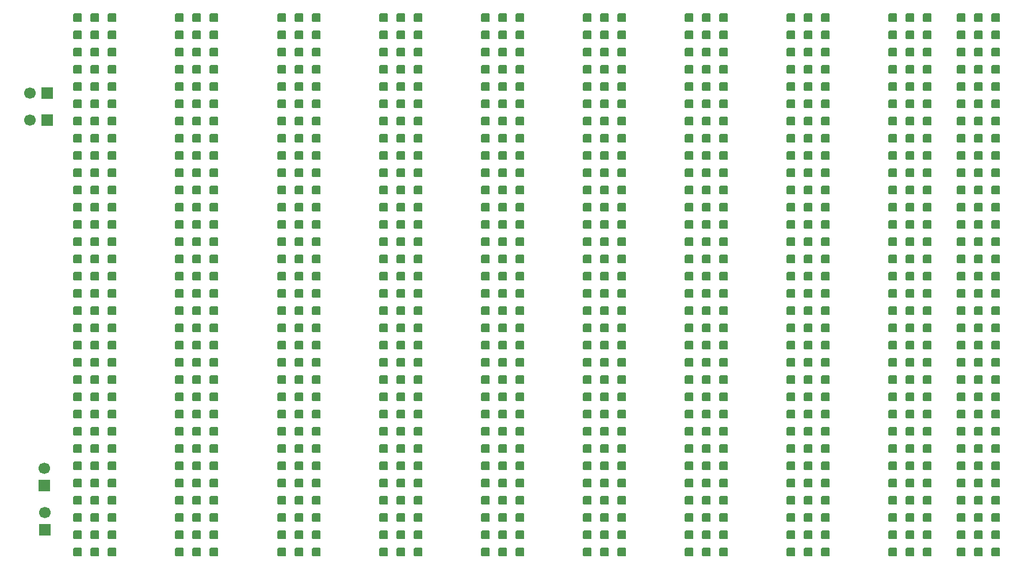
<source format=gbr>
%TF.GenerationSoftware,KiCad,Pcbnew,9.0.6-9.0.6~ubuntu24.04.1*%
%TF.CreationDate,2025-12-04T09:52:22-03:00*%
%TF.ProjectId,backplanev5,6261636b-706c-4616-9e65-76352e6b6963,A*%
%TF.SameCoordinates,Original*%
%TF.FileFunction,Copper,L2,Bot*%
%TF.FilePolarity,Positive*%
%FSLAX46Y46*%
G04 Gerber Fmt 4.6, Leading zero omitted, Abs format (unit mm)*
G04 Created by KiCad (PCBNEW 9.0.6-9.0.6~ubuntu24.04.1) date 2025-12-04 09:52:22*
%MOMM*%
%LPD*%
G01*
G04 APERTURE LIST*
G04 Aperture macros list*
%AMRoundRect*
0 Rectangle with rounded corners*
0 $1 Rounding radius*
0 $2 $3 $4 $5 $6 $7 $8 $9 X,Y pos of 4 corners*
0 Add a 4 corners polygon primitive as box body*
4,1,4,$2,$3,$4,$5,$6,$7,$8,$9,$2,$3,0*
0 Add four circle primitives for the rounded corners*
1,1,$1+$1,$2,$3*
1,1,$1+$1,$4,$5*
1,1,$1+$1,$6,$7*
1,1,$1+$1,$8,$9*
0 Add four rect primitives between the rounded corners*
20,1,$1+$1,$2,$3,$4,$5,0*
20,1,$1+$1,$4,$5,$6,$7,0*
20,1,$1+$1,$6,$7,$8,$9,0*
20,1,$1+$1,$8,$9,$2,$3,0*%
G04 Aperture macros list end*
%TA.AperFunction,ComponentPad*%
%ADD10R,1.700000X1.700000*%
%TD*%
%TA.AperFunction,ComponentPad*%
%ADD11C,1.700000*%
%TD*%
%TA.AperFunction,ComponentPad*%
%ADD12RoundRect,0.127000X-0.508000X-0.508000X0.508000X-0.508000X0.508000X0.508000X-0.508000X0.508000X0*%
%TD*%
%TA.AperFunction,ComponentPad*%
%ADD13RoundRect,0.127000X0.508000X0.508000X-0.508000X0.508000X-0.508000X-0.508000X0.508000X-0.508000X0*%
%TD*%
G04 APERTURE END LIST*
D10*
%TO.P,J11,1,Pin_1*%
%TO.N,/backplane/+5V*%
X20455000Y-41100000D03*
D11*
%TO.P,J11,2,Pin_2*%
%TO.N,GND*%
X17915000Y-41100000D03*
%TD*%
D12*
%TO.P,J10,1*%
%TO.N,/backplane/+5V*%
X154920000Y-30000000D03*
%TO.P,J10,2*%
%TO.N,/backplane/D0*%
X154920000Y-32540000D03*
%TO.P,J10,3*%
%TO.N,/backplane/D1*%
X154920000Y-35080000D03*
%TO.P,J10,4*%
%TO.N,/backplane/D2*%
X154920000Y-37620000D03*
%TO.P,J10,5*%
%TO.N,/backplane/D3*%
X154920000Y-40160000D03*
%TO.P,J10,6*%
%TO.N,/backplane/D4*%
X154920000Y-42700000D03*
%TO.P,J10,7*%
%TO.N,/backplane/D5*%
X154920000Y-45240000D03*
%TO.P,J10,8*%
%TO.N,/backplane/D6*%
X154920000Y-47780000D03*
%TO.P,J10,9*%
%TO.N,/backplane/D7*%
X154920000Y-50320000D03*
%TO.P,J10,10*%
%TO.N,/backplane/D8*%
X154920000Y-52860000D03*
%TO.P,J10,11*%
%TO.N,/backplane/D9*%
X154920000Y-55400000D03*
%TO.P,J10,12*%
%TO.N,/backplane/D10*%
X154920000Y-57940000D03*
%TO.P,J10,13*%
%TO.N,/backplane/D11*%
X154920000Y-60480000D03*
%TO.P,J10,14*%
%TO.N,/backplane/D12*%
X154920000Y-63020000D03*
%TO.P,J10,15*%
%TO.N,/backplane/D13*%
X154920000Y-65560000D03*
%TO.P,J10,16*%
%TO.N,/backplane/D14*%
X154920000Y-68100000D03*
%TO.P,J10,17*%
%TO.N,/backplane/D15*%
X154920000Y-70640000D03*
%TO.P,J10,18*%
%TO.N,/backplane/A0*%
X154920000Y-73180000D03*
%TO.P,J10,19*%
%TO.N,/backplane/A1*%
X154920000Y-75720000D03*
%TO.P,J10,20*%
%TO.N,/backplane/A2*%
X154920000Y-78260000D03*
%TO.P,J10,21*%
%TO.N,/backplane/A3*%
X154920000Y-80800000D03*
%TO.P,J10,22*%
%TO.N,/backplane/A4*%
X154920000Y-83340000D03*
%TO.P,J10,23*%
%TO.N,/backplane/A5*%
X154920000Y-85880000D03*
%TO.P,J10,24*%
%TO.N,/backplane/A6*%
X154920000Y-88420000D03*
%TO.P,J10,25*%
%TO.N,/backplane/A7*%
X154920000Y-90960000D03*
%TO.P,J10,26*%
%TO.N,/backplane/A8*%
X154920000Y-93500000D03*
%TO.P,J10,27*%
%TO.N,/backplane/A9*%
X154920000Y-96040000D03*
%TO.P,J10,28*%
%TO.N,/backplane/A10*%
X154920000Y-98580000D03*
%TO.P,J10,29*%
%TO.N,/backplane/A11*%
X154920000Y-101120000D03*
%TO.P,J10,30*%
%TO.N,/backplane/A12*%
X154920000Y-103660000D03*
%TO.P,J10,31*%
%TO.N,/backplane/A13*%
X154920000Y-106200000D03*
%TO.P,J10,32*%
%TO.N,GND*%
X154920000Y-108740000D03*
D13*
%TO.P,J10,33*%
%TO.N,/backplane/+5V*%
X157460000Y-30000000D03*
%TO.P,J10,34*%
%TO.N,/backplane/E*%
X157460000Y-32540000D03*
%TO.P,J10,35*%
%TO.N,/backplane/CRUCLK*%
X157460000Y-35080000D03*
%TO.P,J10,36*%
%TO.N,/backplane/CRUIN*%
X157460000Y-37620000D03*
%TO.P,J10,37*%
%TO.N,/backplane/CRUOUT*%
X157460000Y-40160000D03*
%TO.P,J10,38*%
%TO.N,/backplane/DBIN*%
X157460000Y-42700000D03*
%TO.P,J10,39*%
%TO.N,/backplane/IAQ*%
X157460000Y-45240000D03*
%TO.P,J10,40*%
%TO.N,/backplane/{slash}INTR*%
X157460000Y-47780000D03*
%TO.P,J10,41*%
%TO.N,/backplane/NMI*%
X157460000Y-50320000D03*
%TO.P,J10,42*%
%TO.N,/backplane/{slash}HOLD*%
X157460000Y-52860000D03*
%TO.P,J10,43*%
%TO.N,/backplane/{slash}AS*%
X157460000Y-55400000D03*
%TO.P,J10,44*%
%TO.N,/backplane/RDY*%
X157460000Y-57940000D03*
%TO.P,J10,45*%
%TO.N,/backplane/{slash}RD*%
X157460000Y-60480000D03*
%TO.P,J10,46*%
%TO.N,/backplane/{slash}WE*%
X157460000Y-63020000D03*
%TO.P,J10,47*%
%TO.N,/backplane/IC3*%
X157460000Y-65560000D03*
%TO.P,J10,48*%
%TO.N,/backplane/IPL2*%
X157460000Y-68100000D03*
%TO.P,J10,49*%
%TO.N,/backplane/IPL1*%
X157460000Y-70640000D03*
%TO.P,J10,50*%
%TO.N,/backplane/IPL0*%
X157460000Y-73180000D03*
%TO.P,J10,51*%
%TO.N,/backplane/{slash}RST*%
X157460000Y-75720000D03*
%TO.P,J10,52*%
%TO.N,/backplane/HLDA*%
X157460000Y-78260000D03*
%TO.P,J10,53*%
%TO.N,/backplane/{slash}HALT*%
X157460000Y-80800000D03*
%TO.P,J10,54*%
%TO.N,/backplane/Res12*%
X157460000Y-83340000D03*
%TO.P,J10,55*%
%TO.N,/backplane/A22*%
X157460000Y-85880000D03*
%TO.P,J10,56*%
%TO.N,/backplane/A21*%
X157460000Y-88420000D03*
%TO.P,J10,57*%
%TO.N,/backplane/A20*%
X157460000Y-90960000D03*
%TO.P,J10,58*%
%TO.N,/backplane/A19*%
X157460000Y-93500000D03*
%TO.P,J10,59*%
%TO.N,/backplane/A18*%
X157460000Y-96040000D03*
%TO.P,J10,60*%
%TO.N,/backplane/A17*%
X157460000Y-98580000D03*
%TO.P,J10,61*%
%TO.N,/backplane/A16*%
X157460000Y-101120000D03*
%TO.P,J10,62*%
%TO.N,/backplane/A15*%
X157460000Y-103660000D03*
%TO.P,J10,63*%
%TO.N,/backplane/A14*%
X157460000Y-106200000D03*
%TO.P,J10,64*%
%TO.N,GND*%
X157460000Y-108740000D03*
D12*
%TO.P,J10,65*%
%TO.N,/backplane/+5V*%
X160000000Y-30000000D03*
%TO.P,J10,66*%
%TO.N,/backplane/{slash}VMA*%
X160000000Y-32540000D03*
%TO.P,J10,67*%
%TO.N,/backplane/{slash}VPA*%
X160000000Y-35080000D03*
%TO.P,J10,68*%
%TO.N,/backplane/{slash}BERR*%
X160000000Y-37620000D03*
%TO.P,J10,69*%
%TO.N,/backplane/{slash}BGACK*%
X160000000Y-40160000D03*
%TO.P,J10,70*%
%TO.N,/backplane/{slash}LDS*%
X160000000Y-42700000D03*
%TO.P,J10,71*%
%TO.N,/backplane/{slash}UDS*%
X160000000Y-45240000D03*
%TO.P,J10,72*%
%TO.N,/backplane/{slash}INTA*%
X160000000Y-47780000D03*
%TO.P,J10,73*%
%TO.N,/backplane/ALE*%
X160000000Y-50320000D03*
%TO.P,J10,74*%
%TO.N,/backplane/{slash}DEN*%
X160000000Y-52860000D03*
%TO.P,J10,75*%
%TO.N,/backplane/DT{slash}R*%
X160000000Y-55400000D03*
%TO.P,J10,76*%
%TO.N,/backplane/M{slash}IO*%
X160000000Y-57940000D03*
%TO.P,J10,77*%
%TO.N,/backplane/{slash}SSO*%
X160000000Y-60480000D03*
%TO.P,J10,78*%
%TO.N,/backplane/{slash}WAIT*%
X160000000Y-63020000D03*
%TO.P,J10,79*%
%TO.N,/backplane/{slash}M1*%
X160000000Y-65560000D03*
%TO.P,J10,80*%
%TO.N,/backplane/{slash}RFSH*%
X160000000Y-68100000D03*
%TO.P,J10,81*%
%TO.N,/backplane/Res1*%
X160000000Y-70640000D03*
%TO.P,J10,82*%
%TO.N,/backplane/Res2*%
X160000000Y-73180000D03*
%TO.P,J10,83*%
%TO.N,/backplane/Res3*%
X160000000Y-75720000D03*
%TO.P,J10,84*%
%TO.N,/backplane/Res4*%
X160000000Y-78260000D03*
%TO.P,J10,85*%
%TO.N,/backplane/Res5*%
X160000000Y-80800000D03*
%TO.P,J10,86*%
%TO.N,/backplane/Res6*%
X160000000Y-83340000D03*
%TO.P,J10,87*%
%TO.N,/backplane/Res7*%
X160000000Y-85880000D03*
%TO.P,J10,88*%
%TO.N,/backplane/Res8*%
X160000000Y-88420000D03*
%TO.P,J10,89*%
%TO.N,/backplane/Res9*%
X160000000Y-90960000D03*
%TO.P,J10,90*%
%TO.N,/backplane/Res10*%
X160000000Y-93500000D03*
%TO.P,J10,91*%
%TO.N,/backplane/Res11*%
X160000000Y-96040000D03*
%TO.P,J10,92*%
%TO.N,/backplane/+12V*%
X160000000Y-98580000D03*
%TO.P,J10,93*%
%TO.N,GND*%
X160000000Y-101120000D03*
%TO.P,J10,94*%
%TO.N,/backplane/-5V*%
X160000000Y-103660000D03*
%TO.P,J10,95*%
%TO.N,GND*%
X160000000Y-106200000D03*
%TO.P,J10,96*%
X160000000Y-108740000D03*
%TD*%
%TO.P,J4,1*%
%TO.N,/backplane/+5V*%
X69920000Y-30000000D03*
%TO.P,J4,2*%
%TO.N,/backplane/D0*%
X69920000Y-32540000D03*
%TO.P,J4,3*%
%TO.N,/backplane/D1*%
X69920000Y-35080000D03*
%TO.P,J4,4*%
%TO.N,/backplane/D2*%
X69920000Y-37620000D03*
%TO.P,J4,5*%
%TO.N,/backplane/D3*%
X69920000Y-40160000D03*
%TO.P,J4,6*%
%TO.N,/backplane/D4*%
X69920000Y-42700000D03*
%TO.P,J4,7*%
%TO.N,/backplane/D5*%
X69920000Y-45240000D03*
%TO.P,J4,8*%
%TO.N,/backplane/D6*%
X69920000Y-47780000D03*
%TO.P,J4,9*%
%TO.N,/backplane/D7*%
X69920000Y-50320000D03*
%TO.P,J4,10*%
%TO.N,/backplane/D8*%
X69920000Y-52860000D03*
%TO.P,J4,11*%
%TO.N,/backplane/D9*%
X69920000Y-55400000D03*
%TO.P,J4,12*%
%TO.N,/backplane/D10*%
X69920000Y-57940000D03*
%TO.P,J4,13*%
%TO.N,/backplane/D11*%
X69920000Y-60480000D03*
%TO.P,J4,14*%
%TO.N,/backplane/D12*%
X69920000Y-63020000D03*
%TO.P,J4,15*%
%TO.N,/backplane/D13*%
X69920000Y-65560000D03*
%TO.P,J4,16*%
%TO.N,/backplane/D14*%
X69920000Y-68100000D03*
%TO.P,J4,17*%
%TO.N,/backplane/D15*%
X69920000Y-70640000D03*
%TO.P,J4,18*%
%TO.N,/backplane/A0*%
X69920000Y-73180000D03*
%TO.P,J4,19*%
%TO.N,/backplane/A1*%
X69920000Y-75720000D03*
%TO.P,J4,20*%
%TO.N,/backplane/A2*%
X69920000Y-78260000D03*
%TO.P,J4,21*%
%TO.N,/backplane/A3*%
X69920000Y-80800000D03*
%TO.P,J4,22*%
%TO.N,/backplane/A4*%
X69920000Y-83340000D03*
%TO.P,J4,23*%
%TO.N,/backplane/A5*%
X69920000Y-85880000D03*
%TO.P,J4,24*%
%TO.N,/backplane/A6*%
X69920000Y-88420000D03*
%TO.P,J4,25*%
%TO.N,/backplane/A7*%
X69920000Y-90960000D03*
%TO.P,J4,26*%
%TO.N,/backplane/A8*%
X69920000Y-93500000D03*
%TO.P,J4,27*%
%TO.N,/backplane/A9*%
X69920000Y-96040000D03*
%TO.P,J4,28*%
%TO.N,/backplane/A10*%
X69920000Y-98580000D03*
%TO.P,J4,29*%
%TO.N,/backplane/A11*%
X69920000Y-101120000D03*
%TO.P,J4,30*%
%TO.N,/backplane/A12*%
X69920000Y-103660000D03*
%TO.P,J4,31*%
%TO.N,/backplane/A13*%
X69920000Y-106200000D03*
%TO.P,J4,32*%
%TO.N,GND*%
X69920000Y-108740000D03*
D13*
%TO.P,J4,33*%
%TO.N,/backplane/+5V*%
X72460000Y-30000000D03*
%TO.P,J4,34*%
%TO.N,/backplane/E*%
X72460000Y-32540000D03*
%TO.P,J4,35*%
%TO.N,/backplane/CRUCLK*%
X72460000Y-35080000D03*
%TO.P,J4,36*%
%TO.N,/backplane/CRUIN*%
X72460000Y-37620000D03*
%TO.P,J4,37*%
%TO.N,/backplane/CRUOUT*%
X72460000Y-40160000D03*
%TO.P,J4,38*%
%TO.N,/backplane/DBIN*%
X72460000Y-42700000D03*
%TO.P,J4,39*%
%TO.N,/backplane/IAQ*%
X72460000Y-45240000D03*
%TO.P,J4,40*%
%TO.N,/backplane/{slash}INTR*%
X72460000Y-47780000D03*
%TO.P,J4,41*%
%TO.N,/backplane/NMI*%
X72460000Y-50320000D03*
%TO.P,J4,42*%
%TO.N,/backplane/{slash}HOLD*%
X72460000Y-52860000D03*
%TO.P,J4,43*%
%TO.N,/backplane/{slash}AS*%
X72460000Y-55400000D03*
%TO.P,J4,44*%
%TO.N,/backplane/RDY*%
X72460000Y-57940000D03*
%TO.P,J4,45*%
%TO.N,/backplane/{slash}RD*%
X72460000Y-60480000D03*
%TO.P,J4,46*%
%TO.N,/backplane/{slash}WE*%
X72460000Y-63020000D03*
%TO.P,J4,47*%
%TO.N,/backplane/IC3*%
X72460000Y-65560000D03*
%TO.P,J4,48*%
%TO.N,/backplane/IPL2*%
X72460000Y-68100000D03*
%TO.P,J4,49*%
%TO.N,/backplane/IPL1*%
X72460000Y-70640000D03*
%TO.P,J4,50*%
%TO.N,/backplane/IPL0*%
X72460000Y-73180000D03*
%TO.P,J4,51*%
%TO.N,/backplane/{slash}RST*%
X72460000Y-75720000D03*
%TO.P,J4,52*%
%TO.N,/backplane/HLDA*%
X72460000Y-78260000D03*
%TO.P,J4,53*%
%TO.N,/backplane/{slash}HALT*%
X72460000Y-80800000D03*
%TO.P,J4,54*%
%TO.N,/backplane/Res12*%
X72460000Y-83340000D03*
%TO.P,J4,55*%
%TO.N,/backplane/A22*%
X72460000Y-85880000D03*
%TO.P,J4,56*%
%TO.N,/backplane/A21*%
X72460000Y-88420000D03*
%TO.P,J4,57*%
%TO.N,/backplane/A20*%
X72460000Y-90960000D03*
%TO.P,J4,58*%
%TO.N,/backplane/A19*%
X72460000Y-93500000D03*
%TO.P,J4,59*%
%TO.N,/backplane/A18*%
X72460000Y-96040000D03*
%TO.P,J4,60*%
%TO.N,/backplane/A17*%
X72460000Y-98580000D03*
%TO.P,J4,61*%
%TO.N,/backplane/A16*%
X72460000Y-101120000D03*
%TO.P,J4,62*%
%TO.N,/backplane/A15*%
X72460000Y-103660000D03*
%TO.P,J4,63*%
%TO.N,/backplane/A14*%
X72460000Y-106200000D03*
%TO.P,J4,64*%
%TO.N,GND*%
X72460000Y-108740000D03*
D12*
%TO.P,J4,65*%
%TO.N,/backplane/+5V*%
X75000000Y-30000000D03*
%TO.P,J4,66*%
%TO.N,/backplane/{slash}VMA*%
X75000000Y-32540000D03*
%TO.P,J4,67*%
%TO.N,/backplane/{slash}VPA*%
X75000000Y-35080000D03*
%TO.P,J4,68*%
%TO.N,/backplane/{slash}BERR*%
X75000000Y-37620000D03*
%TO.P,J4,69*%
%TO.N,/backplane/{slash}BGACK*%
X75000000Y-40160000D03*
%TO.P,J4,70*%
%TO.N,/backplane/{slash}LDS*%
X75000000Y-42700000D03*
%TO.P,J4,71*%
%TO.N,/backplane/{slash}UDS*%
X75000000Y-45240000D03*
%TO.P,J4,72*%
%TO.N,/backplane/{slash}INTA*%
X75000000Y-47780000D03*
%TO.P,J4,73*%
%TO.N,/backplane/ALE*%
X75000000Y-50320000D03*
%TO.P,J4,74*%
%TO.N,/backplane/{slash}DEN*%
X75000000Y-52860000D03*
%TO.P,J4,75*%
%TO.N,/backplane/DT{slash}R*%
X75000000Y-55400000D03*
%TO.P,J4,76*%
%TO.N,/backplane/M{slash}IO*%
X75000000Y-57940000D03*
%TO.P,J4,77*%
%TO.N,/backplane/{slash}SSO*%
X75000000Y-60480000D03*
%TO.P,J4,78*%
%TO.N,/backplane/{slash}WAIT*%
X75000000Y-63020000D03*
%TO.P,J4,79*%
%TO.N,/backplane/{slash}M1*%
X75000000Y-65560000D03*
%TO.P,J4,80*%
%TO.N,/backplane/{slash}RFSH*%
X75000000Y-68100000D03*
%TO.P,J4,81*%
%TO.N,/backplane/Res1*%
X75000000Y-70640000D03*
%TO.P,J4,82*%
%TO.N,/backplane/Res2*%
X75000000Y-73180000D03*
%TO.P,J4,83*%
%TO.N,/backplane/Res3*%
X75000000Y-75720000D03*
%TO.P,J4,84*%
%TO.N,/backplane/Res4*%
X75000000Y-78260000D03*
%TO.P,J4,85*%
%TO.N,/backplane/Res5*%
X75000000Y-80800000D03*
%TO.P,J4,86*%
%TO.N,/backplane/Res6*%
X75000000Y-83340000D03*
%TO.P,J4,87*%
%TO.N,/backplane/Res7*%
X75000000Y-85880000D03*
%TO.P,J4,88*%
%TO.N,/backplane/Res8*%
X75000000Y-88420000D03*
%TO.P,J4,89*%
%TO.N,/backplane/Res9*%
X75000000Y-90960000D03*
%TO.P,J4,90*%
%TO.N,/backplane/Res10*%
X75000000Y-93500000D03*
%TO.P,J4,91*%
%TO.N,/backplane/Res11*%
X75000000Y-96040000D03*
%TO.P,J4,92*%
%TO.N,/backplane/+12V*%
X75000000Y-98580000D03*
%TO.P,J4,93*%
%TO.N,GND*%
X75000000Y-101120000D03*
%TO.P,J4,94*%
%TO.N,/backplane/-5V*%
X75000000Y-103660000D03*
%TO.P,J4,95*%
%TO.N,GND*%
X75000000Y-106200000D03*
%TO.P,J4,96*%
X75000000Y-108740000D03*
%TD*%
%TO.P,J7,1*%
%TO.N,/backplane/+5V*%
X114920000Y-30000000D03*
%TO.P,J7,2*%
%TO.N,/backplane/D0*%
X114920000Y-32540000D03*
%TO.P,J7,3*%
%TO.N,/backplane/D1*%
X114920000Y-35080000D03*
%TO.P,J7,4*%
%TO.N,/backplane/D2*%
X114920000Y-37620000D03*
%TO.P,J7,5*%
%TO.N,/backplane/D3*%
X114920000Y-40160000D03*
%TO.P,J7,6*%
%TO.N,/backplane/D4*%
X114920000Y-42700000D03*
%TO.P,J7,7*%
%TO.N,/backplane/D5*%
X114920000Y-45240000D03*
%TO.P,J7,8*%
%TO.N,/backplane/D6*%
X114920000Y-47780000D03*
%TO.P,J7,9*%
%TO.N,/backplane/D7*%
X114920000Y-50320000D03*
%TO.P,J7,10*%
%TO.N,/backplane/D8*%
X114920000Y-52860000D03*
%TO.P,J7,11*%
%TO.N,/backplane/D9*%
X114920000Y-55400000D03*
%TO.P,J7,12*%
%TO.N,/backplane/D10*%
X114920000Y-57940000D03*
%TO.P,J7,13*%
%TO.N,/backplane/D11*%
X114920000Y-60480000D03*
%TO.P,J7,14*%
%TO.N,/backplane/D12*%
X114920000Y-63020000D03*
%TO.P,J7,15*%
%TO.N,/backplane/D13*%
X114920000Y-65560000D03*
%TO.P,J7,16*%
%TO.N,/backplane/D14*%
X114920000Y-68100000D03*
%TO.P,J7,17*%
%TO.N,/backplane/D15*%
X114920000Y-70640000D03*
%TO.P,J7,18*%
%TO.N,/backplane/A0*%
X114920000Y-73180000D03*
%TO.P,J7,19*%
%TO.N,/backplane/A1*%
X114920000Y-75720000D03*
%TO.P,J7,20*%
%TO.N,/backplane/A2*%
X114920000Y-78260000D03*
%TO.P,J7,21*%
%TO.N,/backplane/A3*%
X114920000Y-80800000D03*
%TO.P,J7,22*%
%TO.N,/backplane/A4*%
X114920000Y-83340000D03*
%TO.P,J7,23*%
%TO.N,/backplane/A5*%
X114920000Y-85880000D03*
%TO.P,J7,24*%
%TO.N,/backplane/A6*%
X114920000Y-88420000D03*
%TO.P,J7,25*%
%TO.N,/backplane/A7*%
X114920000Y-90960000D03*
%TO.P,J7,26*%
%TO.N,/backplane/A8*%
X114920000Y-93500000D03*
%TO.P,J7,27*%
%TO.N,/backplane/A9*%
X114920000Y-96040000D03*
%TO.P,J7,28*%
%TO.N,/backplane/A10*%
X114920000Y-98580000D03*
%TO.P,J7,29*%
%TO.N,/backplane/A11*%
X114920000Y-101120000D03*
%TO.P,J7,30*%
%TO.N,/backplane/A12*%
X114920000Y-103660000D03*
%TO.P,J7,31*%
%TO.N,/backplane/A13*%
X114920000Y-106200000D03*
%TO.P,J7,32*%
%TO.N,GND*%
X114920000Y-108740000D03*
D13*
%TO.P,J7,33*%
%TO.N,/backplane/+5V*%
X117460000Y-30000000D03*
%TO.P,J7,34*%
%TO.N,/backplane/E*%
X117460000Y-32540000D03*
%TO.P,J7,35*%
%TO.N,/backplane/CRUCLK*%
X117460000Y-35080000D03*
%TO.P,J7,36*%
%TO.N,/backplane/CRUIN*%
X117460000Y-37620000D03*
%TO.P,J7,37*%
%TO.N,/backplane/CRUOUT*%
X117460000Y-40160000D03*
%TO.P,J7,38*%
%TO.N,/backplane/DBIN*%
X117460000Y-42700000D03*
%TO.P,J7,39*%
%TO.N,/backplane/IAQ*%
X117460000Y-45240000D03*
%TO.P,J7,40*%
%TO.N,/backplane/{slash}INTR*%
X117460000Y-47780000D03*
%TO.P,J7,41*%
%TO.N,/backplane/NMI*%
X117460000Y-50320000D03*
%TO.P,J7,42*%
%TO.N,/backplane/{slash}HOLD*%
X117460000Y-52860000D03*
%TO.P,J7,43*%
%TO.N,/backplane/{slash}AS*%
X117460000Y-55400000D03*
%TO.P,J7,44*%
%TO.N,/backplane/RDY*%
X117460000Y-57940000D03*
%TO.P,J7,45*%
%TO.N,/backplane/{slash}RD*%
X117460000Y-60480000D03*
%TO.P,J7,46*%
%TO.N,/backplane/{slash}WE*%
X117460000Y-63020000D03*
%TO.P,J7,47*%
%TO.N,/backplane/IC3*%
X117460000Y-65560000D03*
%TO.P,J7,48*%
%TO.N,/backplane/IPL2*%
X117460000Y-68100000D03*
%TO.P,J7,49*%
%TO.N,/backplane/IPL1*%
X117460000Y-70640000D03*
%TO.P,J7,50*%
%TO.N,/backplane/IPL0*%
X117460000Y-73180000D03*
%TO.P,J7,51*%
%TO.N,/backplane/{slash}RST*%
X117460000Y-75720000D03*
%TO.P,J7,52*%
%TO.N,/backplane/HLDA*%
X117460000Y-78260000D03*
%TO.P,J7,53*%
%TO.N,/backplane/{slash}HALT*%
X117460000Y-80800000D03*
%TO.P,J7,54*%
%TO.N,/backplane/Res12*%
X117460000Y-83340000D03*
%TO.P,J7,55*%
%TO.N,/backplane/A22*%
X117460000Y-85880000D03*
%TO.P,J7,56*%
%TO.N,/backplane/A21*%
X117460000Y-88420000D03*
%TO.P,J7,57*%
%TO.N,/backplane/A20*%
X117460000Y-90960000D03*
%TO.P,J7,58*%
%TO.N,/backplane/A19*%
X117460000Y-93500000D03*
%TO.P,J7,59*%
%TO.N,/backplane/A18*%
X117460000Y-96040000D03*
%TO.P,J7,60*%
%TO.N,/backplane/A17*%
X117460000Y-98580000D03*
%TO.P,J7,61*%
%TO.N,/backplane/A16*%
X117460000Y-101120000D03*
%TO.P,J7,62*%
%TO.N,/backplane/A15*%
X117460000Y-103660000D03*
%TO.P,J7,63*%
%TO.N,/backplane/A14*%
X117460000Y-106200000D03*
%TO.P,J7,64*%
%TO.N,GND*%
X117460000Y-108740000D03*
D12*
%TO.P,J7,65*%
%TO.N,/backplane/+5V*%
X120000000Y-30000000D03*
%TO.P,J7,66*%
%TO.N,/backplane/{slash}VMA*%
X120000000Y-32540000D03*
%TO.P,J7,67*%
%TO.N,/backplane/{slash}VPA*%
X120000000Y-35080000D03*
%TO.P,J7,68*%
%TO.N,/backplane/{slash}BERR*%
X120000000Y-37620000D03*
%TO.P,J7,69*%
%TO.N,/backplane/{slash}BGACK*%
X120000000Y-40160000D03*
%TO.P,J7,70*%
%TO.N,/backplane/{slash}LDS*%
X120000000Y-42700000D03*
%TO.P,J7,71*%
%TO.N,/backplane/{slash}UDS*%
X120000000Y-45240000D03*
%TO.P,J7,72*%
%TO.N,/backplane/{slash}INTA*%
X120000000Y-47780000D03*
%TO.P,J7,73*%
%TO.N,/backplane/ALE*%
X120000000Y-50320000D03*
%TO.P,J7,74*%
%TO.N,/backplane/{slash}DEN*%
X120000000Y-52860000D03*
%TO.P,J7,75*%
%TO.N,/backplane/DT{slash}R*%
X120000000Y-55400000D03*
%TO.P,J7,76*%
%TO.N,/backplane/M{slash}IO*%
X120000000Y-57940000D03*
%TO.P,J7,77*%
%TO.N,/backplane/{slash}SSO*%
X120000000Y-60480000D03*
%TO.P,J7,78*%
%TO.N,/backplane/{slash}WAIT*%
X120000000Y-63020000D03*
%TO.P,J7,79*%
%TO.N,/backplane/{slash}M1*%
X120000000Y-65560000D03*
%TO.P,J7,80*%
%TO.N,/backplane/{slash}RFSH*%
X120000000Y-68100000D03*
%TO.P,J7,81*%
%TO.N,/backplane/Res1*%
X120000000Y-70640000D03*
%TO.P,J7,82*%
%TO.N,/backplane/Res2*%
X120000000Y-73180000D03*
%TO.P,J7,83*%
%TO.N,/backplane/Res3*%
X120000000Y-75720000D03*
%TO.P,J7,84*%
%TO.N,/backplane/Res4*%
X120000000Y-78260000D03*
%TO.P,J7,85*%
%TO.N,/backplane/Res5*%
X120000000Y-80800000D03*
%TO.P,J7,86*%
%TO.N,/backplane/Res6*%
X120000000Y-83340000D03*
%TO.P,J7,87*%
%TO.N,/backplane/Res7*%
X120000000Y-85880000D03*
%TO.P,J7,88*%
%TO.N,/backplane/Res8*%
X120000000Y-88420000D03*
%TO.P,J7,89*%
%TO.N,/backplane/Res9*%
X120000000Y-90960000D03*
%TO.P,J7,90*%
%TO.N,/backplane/Res10*%
X120000000Y-93500000D03*
%TO.P,J7,91*%
%TO.N,/backplane/Res11*%
X120000000Y-96040000D03*
%TO.P,J7,92*%
%TO.N,/backplane/+12V*%
X120000000Y-98580000D03*
%TO.P,J7,93*%
%TO.N,GND*%
X120000000Y-101120000D03*
%TO.P,J7,94*%
%TO.N,/backplane/-5V*%
X120000000Y-103660000D03*
%TO.P,J7,95*%
%TO.N,GND*%
X120000000Y-106200000D03*
%TO.P,J7,96*%
X120000000Y-108740000D03*
%TD*%
%TO.P,J1,1*%
%TO.N,/backplane/+5V*%
X24920000Y-30000000D03*
%TO.P,J1,2*%
%TO.N,/backplane/D0*%
X24920000Y-32540000D03*
%TO.P,J1,3*%
%TO.N,/backplane/D1*%
X24920000Y-35080000D03*
%TO.P,J1,4*%
%TO.N,/backplane/D2*%
X24920000Y-37620000D03*
%TO.P,J1,5*%
%TO.N,/backplane/D3*%
X24920000Y-40160000D03*
%TO.P,J1,6*%
%TO.N,/backplane/D4*%
X24920000Y-42700000D03*
%TO.P,J1,7*%
%TO.N,/backplane/D5*%
X24920000Y-45240000D03*
%TO.P,J1,8*%
%TO.N,/backplane/D6*%
X24920000Y-47780000D03*
%TO.P,J1,9*%
%TO.N,/backplane/D7*%
X24920000Y-50320000D03*
%TO.P,J1,10*%
%TO.N,/backplane/D8*%
X24920000Y-52860000D03*
%TO.P,J1,11*%
%TO.N,/backplane/D9*%
X24920000Y-55400000D03*
%TO.P,J1,12*%
%TO.N,/backplane/D10*%
X24920000Y-57940000D03*
%TO.P,J1,13*%
%TO.N,/backplane/D11*%
X24920000Y-60480000D03*
%TO.P,J1,14*%
%TO.N,/backplane/D12*%
X24920000Y-63020000D03*
%TO.P,J1,15*%
%TO.N,/backplane/D13*%
X24920000Y-65560000D03*
%TO.P,J1,16*%
%TO.N,/backplane/D14*%
X24920000Y-68100000D03*
%TO.P,J1,17*%
%TO.N,/backplane/D15*%
X24920000Y-70640000D03*
%TO.P,J1,18*%
%TO.N,/backplane/A0*%
X24920000Y-73180000D03*
%TO.P,J1,19*%
%TO.N,/backplane/A1*%
X24920000Y-75720000D03*
%TO.P,J1,20*%
%TO.N,/backplane/A2*%
X24920000Y-78260000D03*
%TO.P,J1,21*%
%TO.N,/backplane/A3*%
X24920000Y-80800000D03*
%TO.P,J1,22*%
%TO.N,/backplane/A4*%
X24920000Y-83340000D03*
%TO.P,J1,23*%
%TO.N,/backplane/A5*%
X24920000Y-85880000D03*
%TO.P,J1,24*%
%TO.N,/backplane/A6*%
X24920000Y-88420000D03*
%TO.P,J1,25*%
%TO.N,/backplane/A7*%
X24920000Y-90960000D03*
%TO.P,J1,26*%
%TO.N,/backplane/A8*%
X24920000Y-93500000D03*
%TO.P,J1,27*%
%TO.N,/backplane/A9*%
X24920000Y-96040000D03*
%TO.P,J1,28*%
%TO.N,/backplane/A10*%
X24920000Y-98580000D03*
%TO.P,J1,29*%
%TO.N,/backplane/A11*%
X24920000Y-101120000D03*
%TO.P,J1,30*%
%TO.N,/backplane/A12*%
X24920000Y-103660000D03*
%TO.P,J1,31*%
%TO.N,/backplane/A13*%
X24920000Y-106200000D03*
%TO.P,J1,32*%
%TO.N,GND*%
X24920000Y-108740000D03*
D13*
%TO.P,J1,33*%
%TO.N,/backplane/+5V*%
X27460000Y-30000000D03*
%TO.P,J1,34*%
%TO.N,/backplane/E*%
X27460000Y-32540000D03*
%TO.P,J1,35*%
%TO.N,/backplane/CRUCLK*%
X27460000Y-35080000D03*
%TO.P,J1,36*%
%TO.N,/backplane/CRUIN*%
X27460000Y-37620000D03*
%TO.P,J1,37*%
%TO.N,/backplane/CRUOUT*%
X27460000Y-40160000D03*
%TO.P,J1,38*%
%TO.N,/backplane/DBIN*%
X27460000Y-42700000D03*
%TO.P,J1,39*%
%TO.N,/backplane/IAQ*%
X27460000Y-45240000D03*
%TO.P,J1,40*%
%TO.N,/backplane/{slash}INTR*%
X27460000Y-47780000D03*
%TO.P,J1,41*%
%TO.N,/backplane/NMI*%
X27460000Y-50320000D03*
%TO.P,J1,42*%
%TO.N,/backplane/{slash}HOLD*%
X27460000Y-52860000D03*
%TO.P,J1,43*%
%TO.N,/backplane/{slash}AS*%
X27460000Y-55400000D03*
%TO.P,J1,44*%
%TO.N,/backplane/RDY*%
X27460000Y-57940000D03*
%TO.P,J1,45*%
%TO.N,/backplane/{slash}RD*%
X27460000Y-60480000D03*
%TO.P,J1,46*%
%TO.N,/backplane/{slash}WE*%
X27460000Y-63020000D03*
%TO.P,J1,47*%
%TO.N,/backplane/IC3*%
X27460000Y-65560000D03*
%TO.P,J1,48*%
%TO.N,/backplane/IPL2*%
X27460000Y-68100000D03*
%TO.P,J1,49*%
%TO.N,/backplane/IPL1*%
X27460000Y-70640000D03*
%TO.P,J1,50*%
%TO.N,/backplane/IPL0*%
X27460000Y-73180000D03*
%TO.P,J1,51*%
%TO.N,/backplane/{slash}RST*%
X27460000Y-75720000D03*
%TO.P,J1,52*%
%TO.N,/backplane/HLDA*%
X27460000Y-78260000D03*
%TO.P,J1,53*%
%TO.N,/backplane/{slash}HALT*%
X27460000Y-80800000D03*
%TO.P,J1,54*%
%TO.N,/backplane/Res12*%
X27460000Y-83340000D03*
%TO.P,J1,55*%
%TO.N,/backplane/A22*%
X27460000Y-85880000D03*
%TO.P,J1,56*%
%TO.N,/backplane/A21*%
X27460000Y-88420000D03*
%TO.P,J1,57*%
%TO.N,/backplane/A20*%
X27460000Y-90960000D03*
%TO.P,J1,58*%
%TO.N,/backplane/A19*%
X27460000Y-93500000D03*
%TO.P,J1,59*%
%TO.N,/backplane/A18*%
X27460000Y-96040000D03*
%TO.P,J1,60*%
%TO.N,/backplane/A17*%
X27460000Y-98580000D03*
%TO.P,J1,61*%
%TO.N,/backplane/A16*%
X27460000Y-101120000D03*
%TO.P,J1,62*%
%TO.N,/backplane/A15*%
X27460000Y-103660000D03*
%TO.P,J1,63*%
%TO.N,/backplane/A14*%
X27460000Y-106200000D03*
%TO.P,J1,64*%
%TO.N,GND*%
X27460000Y-108740000D03*
D12*
%TO.P,J1,65*%
%TO.N,/backplane/+5V*%
X30000000Y-30000000D03*
%TO.P,J1,66*%
%TO.N,/backplane/{slash}VMA*%
X30000000Y-32540000D03*
%TO.P,J1,67*%
%TO.N,/backplane/{slash}VPA*%
X30000000Y-35080000D03*
%TO.P,J1,68*%
%TO.N,/backplane/{slash}BERR*%
X30000000Y-37620000D03*
%TO.P,J1,69*%
%TO.N,/backplane/{slash}BGACK*%
X30000000Y-40160000D03*
%TO.P,J1,70*%
%TO.N,/backplane/{slash}LDS*%
X30000000Y-42700000D03*
%TO.P,J1,71*%
%TO.N,/backplane/{slash}UDS*%
X30000000Y-45240000D03*
%TO.P,J1,72*%
%TO.N,/backplane/{slash}INTA*%
X30000000Y-47780000D03*
%TO.P,J1,73*%
%TO.N,/backplane/ALE*%
X30000000Y-50320000D03*
%TO.P,J1,74*%
%TO.N,/backplane/{slash}DEN*%
X30000000Y-52860000D03*
%TO.P,J1,75*%
%TO.N,/backplane/DT{slash}R*%
X30000000Y-55400000D03*
%TO.P,J1,76*%
%TO.N,/backplane/M{slash}IO*%
X30000000Y-57940000D03*
%TO.P,J1,77*%
%TO.N,/backplane/{slash}SSO*%
X30000000Y-60480000D03*
%TO.P,J1,78*%
%TO.N,/backplane/{slash}WAIT*%
X30000000Y-63020000D03*
%TO.P,J1,79*%
%TO.N,/backplane/{slash}M1*%
X30000000Y-65560000D03*
%TO.P,J1,80*%
%TO.N,/backplane/{slash}RFSH*%
X30000000Y-68100000D03*
%TO.P,J1,81*%
%TO.N,/backplane/Res1*%
X30000000Y-70640000D03*
%TO.P,J1,82*%
%TO.N,/backplane/Res2*%
X30000000Y-73180000D03*
%TO.P,J1,83*%
%TO.N,/backplane/Res3*%
X30000000Y-75720000D03*
%TO.P,J1,84*%
%TO.N,/backplane/Res4*%
X30000000Y-78260000D03*
%TO.P,J1,85*%
%TO.N,/backplane/Res5*%
X30000000Y-80800000D03*
%TO.P,J1,86*%
%TO.N,/backplane/Res6*%
X30000000Y-83340000D03*
%TO.P,J1,87*%
%TO.N,/backplane/Res7*%
X30000000Y-85880000D03*
%TO.P,J1,88*%
%TO.N,/backplane/Res8*%
X30000000Y-88420000D03*
%TO.P,J1,89*%
%TO.N,/backplane/Res9*%
X30000000Y-90960000D03*
%TO.P,J1,90*%
%TO.N,/backplane/Res10*%
X30000000Y-93500000D03*
%TO.P,J1,91*%
%TO.N,/backplane/Res11*%
X30000000Y-96040000D03*
%TO.P,J1,92*%
%TO.N,/backplane/+12V*%
X30000000Y-98580000D03*
%TO.P,J1,93*%
%TO.N,GND*%
X30000000Y-101120000D03*
%TO.P,J1,94*%
%TO.N,/backplane/-5V*%
X30000000Y-103660000D03*
%TO.P,J1,95*%
%TO.N,GND*%
X30000000Y-106200000D03*
%TO.P,J1,96*%
X30000000Y-108740000D03*
%TD*%
D10*
%TO.P,J13,1,Pin_1*%
%TO.N,/backplane/+12V*%
X20000000Y-98945000D03*
D11*
%TO.P,J13,2,Pin_2*%
%TO.N,GND*%
X20000000Y-96405000D03*
%TD*%
D12*
%TO.P,J8,1*%
%TO.N,/backplane/+5V*%
X129920000Y-30000000D03*
%TO.P,J8,2*%
%TO.N,/backplane/D0*%
X129920000Y-32540000D03*
%TO.P,J8,3*%
%TO.N,/backplane/D1*%
X129920000Y-35080000D03*
%TO.P,J8,4*%
%TO.N,/backplane/D2*%
X129920000Y-37620000D03*
%TO.P,J8,5*%
%TO.N,/backplane/D3*%
X129920000Y-40160000D03*
%TO.P,J8,6*%
%TO.N,/backplane/D4*%
X129920000Y-42700000D03*
%TO.P,J8,7*%
%TO.N,/backplane/D5*%
X129920000Y-45240000D03*
%TO.P,J8,8*%
%TO.N,/backplane/D6*%
X129920000Y-47780000D03*
%TO.P,J8,9*%
%TO.N,/backplane/D7*%
X129920000Y-50320000D03*
%TO.P,J8,10*%
%TO.N,/backplane/D8*%
X129920000Y-52860000D03*
%TO.P,J8,11*%
%TO.N,/backplane/D9*%
X129920000Y-55400000D03*
%TO.P,J8,12*%
%TO.N,/backplane/D10*%
X129920000Y-57940000D03*
%TO.P,J8,13*%
%TO.N,/backplane/D11*%
X129920000Y-60480000D03*
%TO.P,J8,14*%
%TO.N,/backplane/D12*%
X129920000Y-63020000D03*
%TO.P,J8,15*%
%TO.N,/backplane/D13*%
X129920000Y-65560000D03*
%TO.P,J8,16*%
%TO.N,/backplane/D14*%
X129920000Y-68100000D03*
%TO.P,J8,17*%
%TO.N,/backplane/D15*%
X129920000Y-70640000D03*
%TO.P,J8,18*%
%TO.N,/backplane/A0*%
X129920000Y-73180000D03*
%TO.P,J8,19*%
%TO.N,/backplane/A1*%
X129920000Y-75720000D03*
%TO.P,J8,20*%
%TO.N,/backplane/A2*%
X129920000Y-78260000D03*
%TO.P,J8,21*%
%TO.N,/backplane/A3*%
X129920000Y-80800000D03*
%TO.P,J8,22*%
%TO.N,/backplane/A4*%
X129920000Y-83340000D03*
%TO.P,J8,23*%
%TO.N,/backplane/A5*%
X129920000Y-85880000D03*
%TO.P,J8,24*%
%TO.N,/backplane/A6*%
X129920000Y-88420000D03*
%TO.P,J8,25*%
%TO.N,/backplane/A7*%
X129920000Y-90960000D03*
%TO.P,J8,26*%
%TO.N,/backplane/A8*%
X129920000Y-93500000D03*
%TO.P,J8,27*%
%TO.N,/backplane/A9*%
X129920000Y-96040000D03*
%TO.P,J8,28*%
%TO.N,/backplane/A10*%
X129920000Y-98580000D03*
%TO.P,J8,29*%
%TO.N,/backplane/A11*%
X129920000Y-101120000D03*
%TO.P,J8,30*%
%TO.N,/backplane/A12*%
X129920000Y-103660000D03*
%TO.P,J8,31*%
%TO.N,/backplane/A13*%
X129920000Y-106200000D03*
%TO.P,J8,32*%
%TO.N,GND*%
X129920000Y-108740000D03*
D13*
%TO.P,J8,33*%
%TO.N,/backplane/+5V*%
X132460000Y-30000000D03*
%TO.P,J8,34*%
%TO.N,/backplane/E*%
X132460000Y-32540000D03*
%TO.P,J8,35*%
%TO.N,/backplane/CRUCLK*%
X132460000Y-35080000D03*
%TO.P,J8,36*%
%TO.N,/backplane/CRUIN*%
X132460000Y-37620000D03*
%TO.P,J8,37*%
%TO.N,/backplane/CRUOUT*%
X132460000Y-40160000D03*
%TO.P,J8,38*%
%TO.N,/backplane/DBIN*%
X132460000Y-42700000D03*
%TO.P,J8,39*%
%TO.N,/backplane/IAQ*%
X132460000Y-45240000D03*
%TO.P,J8,40*%
%TO.N,/backplane/{slash}INTR*%
X132460000Y-47780000D03*
%TO.P,J8,41*%
%TO.N,/backplane/NMI*%
X132460000Y-50320000D03*
%TO.P,J8,42*%
%TO.N,/backplane/{slash}HOLD*%
X132460000Y-52860000D03*
%TO.P,J8,43*%
%TO.N,/backplane/{slash}AS*%
X132460000Y-55400000D03*
%TO.P,J8,44*%
%TO.N,/backplane/RDY*%
X132460000Y-57940000D03*
%TO.P,J8,45*%
%TO.N,/backplane/{slash}RD*%
X132460000Y-60480000D03*
%TO.P,J8,46*%
%TO.N,/backplane/{slash}WE*%
X132460000Y-63020000D03*
%TO.P,J8,47*%
%TO.N,/backplane/IC3*%
X132460000Y-65560000D03*
%TO.P,J8,48*%
%TO.N,/backplane/IPL2*%
X132460000Y-68100000D03*
%TO.P,J8,49*%
%TO.N,/backplane/IPL1*%
X132460000Y-70640000D03*
%TO.P,J8,50*%
%TO.N,/backplane/IPL0*%
X132460000Y-73180000D03*
%TO.P,J8,51*%
%TO.N,/backplane/{slash}RST*%
X132460000Y-75720000D03*
%TO.P,J8,52*%
%TO.N,/backplane/HLDA*%
X132460000Y-78260000D03*
%TO.P,J8,53*%
%TO.N,/backplane/{slash}HALT*%
X132460000Y-80800000D03*
%TO.P,J8,54*%
%TO.N,/backplane/Res12*%
X132460000Y-83340000D03*
%TO.P,J8,55*%
%TO.N,/backplane/A22*%
X132460000Y-85880000D03*
%TO.P,J8,56*%
%TO.N,/backplane/A21*%
X132460000Y-88420000D03*
%TO.P,J8,57*%
%TO.N,/backplane/A20*%
X132460000Y-90960000D03*
%TO.P,J8,58*%
%TO.N,/backplane/A19*%
X132460000Y-93500000D03*
%TO.P,J8,59*%
%TO.N,/backplane/A18*%
X132460000Y-96040000D03*
%TO.P,J8,60*%
%TO.N,/backplane/A17*%
X132460000Y-98580000D03*
%TO.P,J8,61*%
%TO.N,/backplane/A16*%
X132460000Y-101120000D03*
%TO.P,J8,62*%
%TO.N,/backplane/A15*%
X132460000Y-103660000D03*
%TO.P,J8,63*%
%TO.N,/backplane/A14*%
X132460000Y-106200000D03*
%TO.P,J8,64*%
%TO.N,GND*%
X132460000Y-108740000D03*
D12*
%TO.P,J8,65*%
%TO.N,/backplane/+5V*%
X135000000Y-30000000D03*
%TO.P,J8,66*%
%TO.N,/backplane/{slash}VMA*%
X135000000Y-32540000D03*
%TO.P,J8,67*%
%TO.N,/backplane/{slash}VPA*%
X135000000Y-35080000D03*
%TO.P,J8,68*%
%TO.N,/backplane/{slash}BERR*%
X135000000Y-37620000D03*
%TO.P,J8,69*%
%TO.N,/backplane/{slash}BGACK*%
X135000000Y-40160000D03*
%TO.P,J8,70*%
%TO.N,/backplane/{slash}LDS*%
X135000000Y-42700000D03*
%TO.P,J8,71*%
%TO.N,/backplane/{slash}UDS*%
X135000000Y-45240000D03*
%TO.P,J8,72*%
%TO.N,/backplane/{slash}INTA*%
X135000000Y-47780000D03*
%TO.P,J8,73*%
%TO.N,/backplane/ALE*%
X135000000Y-50320000D03*
%TO.P,J8,74*%
%TO.N,/backplane/{slash}DEN*%
X135000000Y-52860000D03*
%TO.P,J8,75*%
%TO.N,/backplane/DT{slash}R*%
X135000000Y-55400000D03*
%TO.P,J8,76*%
%TO.N,/backplane/M{slash}IO*%
X135000000Y-57940000D03*
%TO.P,J8,77*%
%TO.N,/backplane/{slash}SSO*%
X135000000Y-60480000D03*
%TO.P,J8,78*%
%TO.N,/backplane/{slash}WAIT*%
X135000000Y-63020000D03*
%TO.P,J8,79*%
%TO.N,/backplane/{slash}M1*%
X135000000Y-65560000D03*
%TO.P,J8,80*%
%TO.N,/backplane/{slash}RFSH*%
X135000000Y-68100000D03*
%TO.P,J8,81*%
%TO.N,/backplane/Res1*%
X135000000Y-70640000D03*
%TO.P,J8,82*%
%TO.N,/backplane/Res2*%
X135000000Y-73180000D03*
%TO.P,J8,83*%
%TO.N,/backplane/Res3*%
X135000000Y-75720000D03*
%TO.P,J8,84*%
%TO.N,/backplane/Res4*%
X135000000Y-78260000D03*
%TO.P,J8,85*%
%TO.N,/backplane/Res5*%
X135000000Y-80800000D03*
%TO.P,J8,86*%
%TO.N,/backplane/Res6*%
X135000000Y-83340000D03*
%TO.P,J8,87*%
%TO.N,/backplane/Res7*%
X135000000Y-85880000D03*
%TO.P,J8,88*%
%TO.N,/backplane/Res8*%
X135000000Y-88420000D03*
%TO.P,J8,89*%
%TO.N,/backplane/Res9*%
X135000000Y-90960000D03*
%TO.P,J8,90*%
%TO.N,/backplane/Res10*%
X135000000Y-93500000D03*
%TO.P,J8,91*%
%TO.N,/backplane/Res11*%
X135000000Y-96040000D03*
%TO.P,J8,92*%
%TO.N,/backplane/+12V*%
X135000000Y-98580000D03*
%TO.P,J8,93*%
%TO.N,GND*%
X135000000Y-101120000D03*
%TO.P,J8,94*%
%TO.N,/backplane/-5V*%
X135000000Y-103660000D03*
%TO.P,J8,95*%
%TO.N,GND*%
X135000000Y-106200000D03*
%TO.P,J8,96*%
X135000000Y-108740000D03*
%TD*%
%TO.P,J2,1*%
%TO.N,/backplane/+5V*%
X39920000Y-30000000D03*
%TO.P,J2,2*%
%TO.N,/backplane/D0*%
X39920000Y-32540000D03*
%TO.P,J2,3*%
%TO.N,/backplane/D1*%
X39920000Y-35080000D03*
%TO.P,J2,4*%
%TO.N,/backplane/D2*%
X39920000Y-37620000D03*
%TO.P,J2,5*%
%TO.N,/backplane/D3*%
X39920000Y-40160000D03*
%TO.P,J2,6*%
%TO.N,/backplane/D4*%
X39920000Y-42700000D03*
%TO.P,J2,7*%
%TO.N,/backplane/D5*%
X39920000Y-45240000D03*
%TO.P,J2,8*%
%TO.N,/backplane/D6*%
X39920000Y-47780000D03*
%TO.P,J2,9*%
%TO.N,/backplane/D7*%
X39920000Y-50320000D03*
%TO.P,J2,10*%
%TO.N,/backplane/D8*%
X39920000Y-52860000D03*
%TO.P,J2,11*%
%TO.N,/backplane/D9*%
X39920000Y-55400000D03*
%TO.P,J2,12*%
%TO.N,/backplane/D10*%
X39920000Y-57940000D03*
%TO.P,J2,13*%
%TO.N,/backplane/D11*%
X39920000Y-60480000D03*
%TO.P,J2,14*%
%TO.N,/backplane/D12*%
X39920000Y-63020000D03*
%TO.P,J2,15*%
%TO.N,/backplane/D13*%
X39920000Y-65560000D03*
%TO.P,J2,16*%
%TO.N,/backplane/D14*%
X39920000Y-68100000D03*
%TO.P,J2,17*%
%TO.N,/backplane/D15*%
X39920000Y-70640000D03*
%TO.P,J2,18*%
%TO.N,/backplane/A0*%
X39920000Y-73180000D03*
%TO.P,J2,19*%
%TO.N,/backplane/A1*%
X39920000Y-75720000D03*
%TO.P,J2,20*%
%TO.N,/backplane/A2*%
X39920000Y-78260000D03*
%TO.P,J2,21*%
%TO.N,/backplane/A3*%
X39920000Y-80800000D03*
%TO.P,J2,22*%
%TO.N,/backplane/A4*%
X39920000Y-83340000D03*
%TO.P,J2,23*%
%TO.N,/backplane/A5*%
X39920000Y-85880000D03*
%TO.P,J2,24*%
%TO.N,/backplane/A6*%
X39920000Y-88420000D03*
%TO.P,J2,25*%
%TO.N,/backplane/A7*%
X39920000Y-90960000D03*
%TO.P,J2,26*%
%TO.N,/backplane/A8*%
X39920000Y-93500000D03*
%TO.P,J2,27*%
%TO.N,/backplane/A9*%
X39920000Y-96040000D03*
%TO.P,J2,28*%
%TO.N,/backplane/A10*%
X39920000Y-98580000D03*
%TO.P,J2,29*%
%TO.N,/backplane/A11*%
X39920000Y-101120000D03*
%TO.P,J2,30*%
%TO.N,/backplane/A12*%
X39920000Y-103660000D03*
%TO.P,J2,31*%
%TO.N,/backplane/A13*%
X39920000Y-106200000D03*
%TO.P,J2,32*%
%TO.N,GND*%
X39920000Y-108740000D03*
D13*
%TO.P,J2,33*%
%TO.N,/backplane/+5V*%
X42460000Y-30000000D03*
%TO.P,J2,34*%
%TO.N,/backplane/E*%
X42460000Y-32540000D03*
%TO.P,J2,35*%
%TO.N,/backplane/CRUCLK*%
X42460000Y-35080000D03*
%TO.P,J2,36*%
%TO.N,/backplane/CRUIN*%
X42460000Y-37620000D03*
%TO.P,J2,37*%
%TO.N,/backplane/CRUOUT*%
X42460000Y-40160000D03*
%TO.P,J2,38*%
%TO.N,/backplane/DBIN*%
X42460000Y-42700000D03*
%TO.P,J2,39*%
%TO.N,/backplane/IAQ*%
X42460000Y-45240000D03*
%TO.P,J2,40*%
%TO.N,/backplane/{slash}INTR*%
X42460000Y-47780000D03*
%TO.P,J2,41*%
%TO.N,/backplane/NMI*%
X42460000Y-50320000D03*
%TO.P,J2,42*%
%TO.N,/backplane/{slash}HOLD*%
X42460000Y-52860000D03*
%TO.P,J2,43*%
%TO.N,/backplane/{slash}AS*%
X42460000Y-55400000D03*
%TO.P,J2,44*%
%TO.N,/backplane/RDY*%
X42460000Y-57940000D03*
%TO.P,J2,45*%
%TO.N,/backplane/{slash}RD*%
X42460000Y-60480000D03*
%TO.P,J2,46*%
%TO.N,/backplane/{slash}WE*%
X42460000Y-63020000D03*
%TO.P,J2,47*%
%TO.N,/backplane/IC3*%
X42460000Y-65560000D03*
%TO.P,J2,48*%
%TO.N,/backplane/IPL2*%
X42460000Y-68100000D03*
%TO.P,J2,49*%
%TO.N,/backplane/IPL1*%
X42460000Y-70640000D03*
%TO.P,J2,50*%
%TO.N,/backplane/IPL0*%
X42460000Y-73180000D03*
%TO.P,J2,51*%
%TO.N,/backplane/{slash}RST*%
X42460000Y-75720000D03*
%TO.P,J2,52*%
%TO.N,/backplane/HLDA*%
X42460000Y-78260000D03*
%TO.P,J2,53*%
%TO.N,/backplane/{slash}HALT*%
X42460000Y-80800000D03*
%TO.P,J2,54*%
%TO.N,/backplane/Res12*%
X42460000Y-83340000D03*
%TO.P,J2,55*%
%TO.N,/backplane/A22*%
X42460000Y-85880000D03*
%TO.P,J2,56*%
%TO.N,/backplane/A21*%
X42460000Y-88420000D03*
%TO.P,J2,57*%
%TO.N,/backplane/A20*%
X42460000Y-90960000D03*
%TO.P,J2,58*%
%TO.N,/backplane/A19*%
X42460000Y-93500000D03*
%TO.P,J2,59*%
%TO.N,/backplane/A18*%
X42460000Y-96040000D03*
%TO.P,J2,60*%
%TO.N,/backplane/A17*%
X42460000Y-98580000D03*
%TO.P,J2,61*%
%TO.N,/backplane/A16*%
X42460000Y-101120000D03*
%TO.P,J2,62*%
%TO.N,/backplane/A15*%
X42460000Y-103660000D03*
%TO.P,J2,63*%
%TO.N,/backplane/A14*%
X42460000Y-106200000D03*
%TO.P,J2,64*%
%TO.N,GND*%
X42460000Y-108740000D03*
D12*
%TO.P,J2,65*%
%TO.N,/backplane/+5V*%
X45000000Y-30000000D03*
%TO.P,J2,66*%
%TO.N,/backplane/{slash}VMA*%
X45000000Y-32540000D03*
%TO.P,J2,67*%
%TO.N,/backplane/{slash}VPA*%
X45000000Y-35080000D03*
%TO.P,J2,68*%
%TO.N,/backplane/{slash}BERR*%
X45000000Y-37620000D03*
%TO.P,J2,69*%
%TO.N,/backplane/{slash}BGACK*%
X45000000Y-40160000D03*
%TO.P,J2,70*%
%TO.N,/backplane/{slash}LDS*%
X45000000Y-42700000D03*
%TO.P,J2,71*%
%TO.N,/backplane/{slash}UDS*%
X45000000Y-45240000D03*
%TO.P,J2,72*%
%TO.N,/backplane/{slash}INTA*%
X45000000Y-47780000D03*
%TO.P,J2,73*%
%TO.N,/backplane/ALE*%
X45000000Y-50320000D03*
%TO.P,J2,74*%
%TO.N,/backplane/{slash}DEN*%
X45000000Y-52860000D03*
%TO.P,J2,75*%
%TO.N,/backplane/DT{slash}R*%
X45000000Y-55400000D03*
%TO.P,J2,76*%
%TO.N,/backplane/M{slash}IO*%
X45000000Y-57940000D03*
%TO.P,J2,77*%
%TO.N,/backplane/{slash}SSO*%
X45000000Y-60480000D03*
%TO.P,J2,78*%
%TO.N,/backplane/{slash}WAIT*%
X45000000Y-63020000D03*
%TO.P,J2,79*%
%TO.N,/backplane/{slash}M1*%
X45000000Y-65560000D03*
%TO.P,J2,80*%
%TO.N,/backplane/{slash}RFSH*%
X45000000Y-68100000D03*
%TO.P,J2,81*%
%TO.N,/backplane/Res1*%
X45000000Y-70640000D03*
%TO.P,J2,82*%
%TO.N,/backplane/Res2*%
X45000000Y-73180000D03*
%TO.P,J2,83*%
%TO.N,/backplane/Res3*%
X45000000Y-75720000D03*
%TO.P,J2,84*%
%TO.N,/backplane/Res4*%
X45000000Y-78260000D03*
%TO.P,J2,85*%
%TO.N,/backplane/Res5*%
X45000000Y-80800000D03*
%TO.P,J2,86*%
%TO.N,/backplane/Res6*%
X45000000Y-83340000D03*
%TO.P,J2,87*%
%TO.N,/backplane/Res7*%
X45000000Y-85880000D03*
%TO.P,J2,88*%
%TO.N,/backplane/Res8*%
X45000000Y-88420000D03*
%TO.P,J2,89*%
%TO.N,/backplane/Res9*%
X45000000Y-90960000D03*
%TO.P,J2,90*%
%TO.N,/backplane/Res10*%
X45000000Y-93500000D03*
%TO.P,J2,91*%
%TO.N,/backplane/Res11*%
X45000000Y-96040000D03*
%TO.P,J2,92*%
%TO.N,/backplane/+12V*%
X45000000Y-98580000D03*
%TO.P,J2,93*%
%TO.N,GND*%
X45000000Y-101120000D03*
%TO.P,J2,94*%
%TO.N,/backplane/-5V*%
X45000000Y-103660000D03*
%TO.P,J2,95*%
%TO.N,GND*%
X45000000Y-106200000D03*
%TO.P,J2,96*%
X45000000Y-108740000D03*
%TD*%
%TO.P,J9,1*%
%TO.N,/backplane/+5V*%
X144920000Y-30000000D03*
%TO.P,J9,2*%
%TO.N,/backplane/D0*%
X144920000Y-32540000D03*
%TO.P,J9,3*%
%TO.N,/backplane/D1*%
X144920000Y-35080000D03*
%TO.P,J9,4*%
%TO.N,/backplane/D2*%
X144920000Y-37620000D03*
%TO.P,J9,5*%
%TO.N,/backplane/D3*%
X144920000Y-40160000D03*
%TO.P,J9,6*%
%TO.N,/backplane/D4*%
X144920000Y-42700000D03*
%TO.P,J9,7*%
%TO.N,/backplane/D5*%
X144920000Y-45240000D03*
%TO.P,J9,8*%
%TO.N,/backplane/D6*%
X144920000Y-47780000D03*
%TO.P,J9,9*%
%TO.N,/backplane/D7*%
X144920000Y-50320000D03*
%TO.P,J9,10*%
%TO.N,/backplane/D8*%
X144920000Y-52860000D03*
%TO.P,J9,11*%
%TO.N,/backplane/D9*%
X144920000Y-55400000D03*
%TO.P,J9,12*%
%TO.N,/backplane/D10*%
X144920000Y-57940000D03*
%TO.P,J9,13*%
%TO.N,/backplane/D11*%
X144920000Y-60480000D03*
%TO.P,J9,14*%
%TO.N,/backplane/D12*%
X144920000Y-63020000D03*
%TO.P,J9,15*%
%TO.N,/backplane/D13*%
X144920000Y-65560000D03*
%TO.P,J9,16*%
%TO.N,/backplane/D14*%
X144920000Y-68100000D03*
%TO.P,J9,17*%
%TO.N,/backplane/D15*%
X144920000Y-70640000D03*
%TO.P,J9,18*%
%TO.N,/backplane/A0*%
X144920000Y-73180000D03*
%TO.P,J9,19*%
%TO.N,/backplane/A1*%
X144920000Y-75720000D03*
%TO.P,J9,20*%
%TO.N,/backplane/A2*%
X144920000Y-78260000D03*
%TO.P,J9,21*%
%TO.N,/backplane/A3*%
X144920000Y-80800000D03*
%TO.P,J9,22*%
%TO.N,/backplane/A4*%
X144920000Y-83340000D03*
%TO.P,J9,23*%
%TO.N,/backplane/A5*%
X144920000Y-85880000D03*
%TO.P,J9,24*%
%TO.N,/backplane/A6*%
X144920000Y-88420000D03*
%TO.P,J9,25*%
%TO.N,/backplane/A7*%
X144920000Y-90960000D03*
%TO.P,J9,26*%
%TO.N,/backplane/A8*%
X144920000Y-93500000D03*
%TO.P,J9,27*%
%TO.N,/backplane/A9*%
X144920000Y-96040000D03*
%TO.P,J9,28*%
%TO.N,/backplane/A10*%
X144920000Y-98580000D03*
%TO.P,J9,29*%
%TO.N,/backplane/A11*%
X144920000Y-101120000D03*
%TO.P,J9,30*%
%TO.N,/backplane/A12*%
X144920000Y-103660000D03*
%TO.P,J9,31*%
%TO.N,/backplane/A13*%
X144920000Y-106200000D03*
%TO.P,J9,32*%
%TO.N,GND*%
X144920000Y-108740000D03*
D13*
%TO.P,J9,33*%
%TO.N,/backplane/+5V*%
X147460000Y-30000000D03*
%TO.P,J9,34*%
%TO.N,/backplane/E*%
X147460000Y-32540000D03*
%TO.P,J9,35*%
%TO.N,/backplane/CRUCLK*%
X147460000Y-35080000D03*
%TO.P,J9,36*%
%TO.N,/backplane/CRUIN*%
X147460000Y-37620000D03*
%TO.P,J9,37*%
%TO.N,/backplane/CRUOUT*%
X147460000Y-40160000D03*
%TO.P,J9,38*%
%TO.N,/backplane/DBIN*%
X147460000Y-42700000D03*
%TO.P,J9,39*%
%TO.N,/backplane/IAQ*%
X147460000Y-45240000D03*
%TO.P,J9,40*%
%TO.N,/backplane/{slash}INTR*%
X147460000Y-47780000D03*
%TO.P,J9,41*%
%TO.N,/backplane/NMI*%
X147460000Y-50320000D03*
%TO.P,J9,42*%
%TO.N,/backplane/{slash}HOLD*%
X147460000Y-52860000D03*
%TO.P,J9,43*%
%TO.N,/backplane/{slash}AS*%
X147460000Y-55400000D03*
%TO.P,J9,44*%
%TO.N,/backplane/RDY*%
X147460000Y-57940000D03*
%TO.P,J9,45*%
%TO.N,/backplane/{slash}RD*%
X147460000Y-60480000D03*
%TO.P,J9,46*%
%TO.N,/backplane/{slash}WE*%
X147460000Y-63020000D03*
%TO.P,J9,47*%
%TO.N,/backplane/IC3*%
X147460000Y-65560000D03*
%TO.P,J9,48*%
%TO.N,/backplane/IPL2*%
X147460000Y-68100000D03*
%TO.P,J9,49*%
%TO.N,/backplane/IPL1*%
X147460000Y-70640000D03*
%TO.P,J9,50*%
%TO.N,/backplane/IPL0*%
X147460000Y-73180000D03*
%TO.P,J9,51*%
%TO.N,/backplane/{slash}RST*%
X147460000Y-75720000D03*
%TO.P,J9,52*%
%TO.N,/backplane/HLDA*%
X147460000Y-78260000D03*
%TO.P,J9,53*%
%TO.N,/backplane/{slash}HALT*%
X147460000Y-80800000D03*
%TO.P,J9,54*%
%TO.N,/backplane/Res12*%
X147460000Y-83340000D03*
%TO.P,J9,55*%
%TO.N,/backplane/A22*%
X147460000Y-85880000D03*
%TO.P,J9,56*%
%TO.N,/backplane/A21*%
X147460000Y-88420000D03*
%TO.P,J9,57*%
%TO.N,/backplane/A20*%
X147460000Y-90960000D03*
%TO.P,J9,58*%
%TO.N,/backplane/A19*%
X147460000Y-93500000D03*
%TO.P,J9,59*%
%TO.N,/backplane/A18*%
X147460000Y-96040000D03*
%TO.P,J9,60*%
%TO.N,/backplane/A17*%
X147460000Y-98580000D03*
%TO.P,J9,61*%
%TO.N,/backplane/A16*%
X147460000Y-101120000D03*
%TO.P,J9,62*%
%TO.N,/backplane/A15*%
X147460000Y-103660000D03*
%TO.P,J9,63*%
%TO.N,/backplane/A14*%
X147460000Y-106200000D03*
%TO.P,J9,64*%
%TO.N,GND*%
X147460000Y-108740000D03*
D12*
%TO.P,J9,65*%
%TO.N,/backplane/+5V*%
X150000000Y-30000000D03*
%TO.P,J9,66*%
%TO.N,/backplane/{slash}VMA*%
X150000000Y-32540000D03*
%TO.P,J9,67*%
%TO.N,/backplane/{slash}VPA*%
X150000000Y-35080000D03*
%TO.P,J9,68*%
%TO.N,/backplane/{slash}BERR*%
X150000000Y-37620000D03*
%TO.P,J9,69*%
%TO.N,/backplane/{slash}BGACK*%
X150000000Y-40160000D03*
%TO.P,J9,70*%
%TO.N,/backplane/{slash}LDS*%
X150000000Y-42700000D03*
%TO.P,J9,71*%
%TO.N,/backplane/{slash}UDS*%
X150000000Y-45240000D03*
%TO.P,J9,72*%
%TO.N,/backplane/{slash}INTA*%
X150000000Y-47780000D03*
%TO.P,J9,73*%
%TO.N,/backplane/ALE*%
X150000000Y-50320000D03*
%TO.P,J9,74*%
%TO.N,/backplane/{slash}DEN*%
X150000000Y-52860000D03*
%TO.P,J9,75*%
%TO.N,/backplane/DT{slash}R*%
X150000000Y-55400000D03*
%TO.P,J9,76*%
%TO.N,/backplane/M{slash}IO*%
X150000000Y-57940000D03*
%TO.P,J9,77*%
%TO.N,/backplane/{slash}SSO*%
X150000000Y-60480000D03*
%TO.P,J9,78*%
%TO.N,/backplane/{slash}WAIT*%
X150000000Y-63020000D03*
%TO.P,J9,79*%
%TO.N,/backplane/{slash}M1*%
X150000000Y-65560000D03*
%TO.P,J9,80*%
%TO.N,/backplane/{slash}RFSH*%
X150000000Y-68100000D03*
%TO.P,J9,81*%
%TO.N,/backplane/Res1*%
X150000000Y-70640000D03*
%TO.P,J9,82*%
%TO.N,/backplane/Res2*%
X150000000Y-73180000D03*
%TO.P,J9,83*%
%TO.N,/backplane/Res3*%
X150000000Y-75720000D03*
%TO.P,J9,84*%
%TO.N,/backplane/Res4*%
X150000000Y-78260000D03*
%TO.P,J9,85*%
%TO.N,/backplane/Res5*%
X150000000Y-80800000D03*
%TO.P,J9,86*%
%TO.N,/backplane/Res6*%
X150000000Y-83340000D03*
%TO.P,J9,87*%
%TO.N,/backplane/Res7*%
X150000000Y-85880000D03*
%TO.P,J9,88*%
%TO.N,/backplane/Res8*%
X150000000Y-88420000D03*
%TO.P,J9,89*%
%TO.N,/backplane/Res9*%
X150000000Y-90960000D03*
%TO.P,J9,90*%
%TO.N,/backplane/Res10*%
X150000000Y-93500000D03*
%TO.P,J9,91*%
%TO.N,/backplane/Res11*%
X150000000Y-96040000D03*
%TO.P,J9,92*%
%TO.N,/backplane/+12V*%
X150000000Y-98580000D03*
%TO.P,J9,93*%
%TO.N,GND*%
X150000000Y-101120000D03*
%TO.P,J9,94*%
%TO.N,/backplane/-5V*%
X150000000Y-103660000D03*
%TO.P,J9,95*%
%TO.N,GND*%
X150000000Y-106200000D03*
%TO.P,J9,96*%
X150000000Y-108740000D03*
%TD*%
%TO.P,J3,1*%
%TO.N,/backplane/+5V*%
X54920000Y-30000000D03*
%TO.P,J3,2*%
%TO.N,/backplane/D0*%
X54920000Y-32540000D03*
%TO.P,J3,3*%
%TO.N,/backplane/D1*%
X54920000Y-35080000D03*
%TO.P,J3,4*%
%TO.N,/backplane/D2*%
X54920000Y-37620000D03*
%TO.P,J3,5*%
%TO.N,/backplane/D3*%
X54920000Y-40160000D03*
%TO.P,J3,6*%
%TO.N,/backplane/D4*%
X54920000Y-42700000D03*
%TO.P,J3,7*%
%TO.N,/backplane/D5*%
X54920000Y-45240000D03*
%TO.P,J3,8*%
%TO.N,/backplane/D6*%
X54920000Y-47780000D03*
%TO.P,J3,9*%
%TO.N,/backplane/D7*%
X54920000Y-50320000D03*
%TO.P,J3,10*%
%TO.N,/backplane/D8*%
X54920000Y-52860000D03*
%TO.P,J3,11*%
%TO.N,/backplane/D9*%
X54920000Y-55400000D03*
%TO.P,J3,12*%
%TO.N,/backplane/D10*%
X54920000Y-57940000D03*
%TO.P,J3,13*%
%TO.N,/backplane/D11*%
X54920000Y-60480000D03*
%TO.P,J3,14*%
%TO.N,/backplane/D12*%
X54920000Y-63020000D03*
%TO.P,J3,15*%
%TO.N,/backplane/D13*%
X54920000Y-65560000D03*
%TO.P,J3,16*%
%TO.N,/backplane/D14*%
X54920000Y-68100000D03*
%TO.P,J3,17*%
%TO.N,/backplane/D15*%
X54920000Y-70640000D03*
%TO.P,J3,18*%
%TO.N,/backplane/A0*%
X54920000Y-73180000D03*
%TO.P,J3,19*%
%TO.N,/backplane/A1*%
X54920000Y-75720000D03*
%TO.P,J3,20*%
%TO.N,/backplane/A2*%
X54920000Y-78260000D03*
%TO.P,J3,21*%
%TO.N,/backplane/A3*%
X54920000Y-80800000D03*
%TO.P,J3,22*%
%TO.N,/backplane/A4*%
X54920000Y-83340000D03*
%TO.P,J3,23*%
%TO.N,/backplane/A5*%
X54920000Y-85880000D03*
%TO.P,J3,24*%
%TO.N,/backplane/A6*%
X54920000Y-88420000D03*
%TO.P,J3,25*%
%TO.N,/backplane/A7*%
X54920000Y-90960000D03*
%TO.P,J3,26*%
%TO.N,/backplane/A8*%
X54920000Y-93500000D03*
%TO.P,J3,27*%
%TO.N,/backplane/A9*%
X54920000Y-96040000D03*
%TO.P,J3,28*%
%TO.N,/backplane/A10*%
X54920000Y-98580000D03*
%TO.P,J3,29*%
%TO.N,/backplane/A11*%
X54920000Y-101120000D03*
%TO.P,J3,30*%
%TO.N,/backplane/A12*%
X54920000Y-103660000D03*
%TO.P,J3,31*%
%TO.N,/backplane/A13*%
X54920000Y-106200000D03*
%TO.P,J3,32*%
%TO.N,GND*%
X54920000Y-108740000D03*
D13*
%TO.P,J3,33*%
%TO.N,/backplane/+5V*%
X57460000Y-30000000D03*
%TO.P,J3,34*%
%TO.N,/backplane/E*%
X57460000Y-32540000D03*
%TO.P,J3,35*%
%TO.N,/backplane/CRUCLK*%
X57460000Y-35080000D03*
%TO.P,J3,36*%
%TO.N,/backplane/CRUIN*%
X57460000Y-37620000D03*
%TO.P,J3,37*%
%TO.N,/backplane/CRUOUT*%
X57460000Y-40160000D03*
%TO.P,J3,38*%
%TO.N,/backplane/DBIN*%
X57460000Y-42700000D03*
%TO.P,J3,39*%
%TO.N,/backplane/IAQ*%
X57460000Y-45240000D03*
%TO.P,J3,40*%
%TO.N,/backplane/{slash}INTR*%
X57460000Y-47780000D03*
%TO.P,J3,41*%
%TO.N,/backplane/NMI*%
X57460000Y-50320000D03*
%TO.P,J3,42*%
%TO.N,/backplane/{slash}HOLD*%
X57460000Y-52860000D03*
%TO.P,J3,43*%
%TO.N,/backplane/{slash}AS*%
X57460000Y-55400000D03*
%TO.P,J3,44*%
%TO.N,/backplane/RDY*%
X57460000Y-57940000D03*
%TO.P,J3,45*%
%TO.N,/backplane/{slash}RD*%
X57460000Y-60480000D03*
%TO.P,J3,46*%
%TO.N,/backplane/{slash}WE*%
X57460000Y-63020000D03*
%TO.P,J3,47*%
%TO.N,/backplane/IC3*%
X57460000Y-65560000D03*
%TO.P,J3,48*%
%TO.N,/backplane/IPL2*%
X57460000Y-68100000D03*
%TO.P,J3,49*%
%TO.N,/backplane/IPL1*%
X57460000Y-70640000D03*
%TO.P,J3,50*%
%TO.N,/backplane/IPL0*%
X57460000Y-73180000D03*
%TO.P,J3,51*%
%TO.N,/backplane/{slash}RST*%
X57460000Y-75720000D03*
%TO.P,J3,52*%
%TO.N,/backplane/HLDA*%
X57460000Y-78260000D03*
%TO.P,J3,53*%
%TO.N,/backplane/{slash}HALT*%
X57460000Y-80800000D03*
%TO.P,J3,54*%
%TO.N,/backplane/Res12*%
X57460000Y-83340000D03*
%TO.P,J3,55*%
%TO.N,/backplane/A22*%
X57460000Y-85880000D03*
%TO.P,J3,56*%
%TO.N,/backplane/A21*%
X57460000Y-88420000D03*
%TO.P,J3,57*%
%TO.N,/backplane/A20*%
X57460000Y-90960000D03*
%TO.P,J3,58*%
%TO.N,/backplane/A19*%
X57460000Y-93500000D03*
%TO.P,J3,59*%
%TO.N,/backplane/A18*%
X57460000Y-96040000D03*
%TO.P,J3,60*%
%TO.N,/backplane/A17*%
X57460000Y-98580000D03*
%TO.P,J3,61*%
%TO.N,/backplane/A16*%
X57460000Y-101120000D03*
%TO.P,J3,62*%
%TO.N,/backplane/A15*%
X57460000Y-103660000D03*
%TO.P,J3,63*%
%TO.N,/backplane/A14*%
X57460000Y-106200000D03*
%TO.P,J3,64*%
%TO.N,GND*%
X57460000Y-108740000D03*
D12*
%TO.P,J3,65*%
%TO.N,/backplane/+5V*%
X60000000Y-30000000D03*
%TO.P,J3,66*%
%TO.N,/backplane/{slash}VMA*%
X60000000Y-32540000D03*
%TO.P,J3,67*%
%TO.N,/backplane/{slash}VPA*%
X60000000Y-35080000D03*
%TO.P,J3,68*%
%TO.N,/backplane/{slash}BERR*%
X60000000Y-37620000D03*
%TO.P,J3,69*%
%TO.N,/backplane/{slash}BGACK*%
X60000000Y-40160000D03*
%TO.P,J3,70*%
%TO.N,/backplane/{slash}LDS*%
X60000000Y-42700000D03*
%TO.P,J3,71*%
%TO.N,/backplane/{slash}UDS*%
X60000000Y-45240000D03*
%TO.P,J3,72*%
%TO.N,/backplane/{slash}INTA*%
X60000000Y-47780000D03*
%TO.P,J3,73*%
%TO.N,/backplane/ALE*%
X60000000Y-50320000D03*
%TO.P,J3,74*%
%TO.N,/backplane/{slash}DEN*%
X60000000Y-52860000D03*
%TO.P,J3,75*%
%TO.N,/backplane/DT{slash}R*%
X60000000Y-55400000D03*
%TO.P,J3,76*%
%TO.N,/backplane/M{slash}IO*%
X60000000Y-57940000D03*
%TO.P,J3,77*%
%TO.N,/backplane/{slash}SSO*%
X60000000Y-60480000D03*
%TO.P,J3,78*%
%TO.N,/backplane/{slash}WAIT*%
X60000000Y-63020000D03*
%TO.P,J3,79*%
%TO.N,/backplane/{slash}M1*%
X60000000Y-65560000D03*
%TO.P,J3,80*%
%TO.N,/backplane/{slash}RFSH*%
X60000000Y-68100000D03*
%TO.P,J3,81*%
%TO.N,/backplane/Res1*%
X60000000Y-70640000D03*
%TO.P,J3,82*%
%TO.N,/backplane/Res2*%
X60000000Y-73180000D03*
%TO.P,J3,83*%
%TO.N,/backplane/Res3*%
X60000000Y-75720000D03*
%TO.P,J3,84*%
%TO.N,/backplane/Res4*%
X60000000Y-78260000D03*
%TO.P,J3,85*%
%TO.N,/backplane/Res5*%
X60000000Y-80800000D03*
%TO.P,J3,86*%
%TO.N,/backplane/Res6*%
X60000000Y-83340000D03*
%TO.P,J3,87*%
%TO.N,/backplane/Res7*%
X60000000Y-85880000D03*
%TO.P,J3,88*%
%TO.N,/backplane/Res8*%
X60000000Y-88420000D03*
%TO.P,J3,89*%
%TO.N,/backplane/Res9*%
X60000000Y-90960000D03*
%TO.P,J3,90*%
%TO.N,/backplane/Res10*%
X60000000Y-93500000D03*
%TO.P,J3,91*%
%TO.N,/backplane/Res11*%
X60000000Y-96040000D03*
%TO.P,J3,92*%
%TO.N,/backplane/+12V*%
X60000000Y-98580000D03*
%TO.P,J3,93*%
%TO.N,GND*%
X60000000Y-101120000D03*
%TO.P,J3,94*%
%TO.N,/backplane/-5V*%
X60000000Y-103660000D03*
%TO.P,J3,95*%
%TO.N,GND*%
X60000000Y-106200000D03*
%TO.P,J3,96*%
X60000000Y-108740000D03*
%TD*%
D10*
%TO.P,J12,1,Pin_1*%
%TO.N,/backplane/-5V*%
X20070000Y-105485000D03*
D11*
%TO.P,J12,2,Pin_2*%
%TO.N,GND*%
X20070000Y-102945000D03*
%TD*%
D12*
%TO.P,J5,1*%
%TO.N,/backplane/+5V*%
X84920000Y-30000000D03*
%TO.P,J5,2*%
%TO.N,/backplane/D0*%
X84920000Y-32540000D03*
%TO.P,J5,3*%
%TO.N,/backplane/D1*%
X84920000Y-35080000D03*
%TO.P,J5,4*%
%TO.N,/backplane/D2*%
X84920000Y-37620000D03*
%TO.P,J5,5*%
%TO.N,/backplane/D3*%
X84920000Y-40160000D03*
%TO.P,J5,6*%
%TO.N,/backplane/D4*%
X84920000Y-42700000D03*
%TO.P,J5,7*%
%TO.N,/backplane/D5*%
X84920000Y-45240000D03*
%TO.P,J5,8*%
%TO.N,/backplane/D6*%
X84920000Y-47780000D03*
%TO.P,J5,9*%
%TO.N,/backplane/D7*%
X84920000Y-50320000D03*
%TO.P,J5,10*%
%TO.N,/backplane/D8*%
X84920000Y-52860000D03*
%TO.P,J5,11*%
%TO.N,/backplane/D9*%
X84920000Y-55400000D03*
%TO.P,J5,12*%
%TO.N,/backplane/D10*%
X84920000Y-57940000D03*
%TO.P,J5,13*%
%TO.N,/backplane/D11*%
X84920000Y-60480000D03*
%TO.P,J5,14*%
%TO.N,/backplane/D12*%
X84920000Y-63020000D03*
%TO.P,J5,15*%
%TO.N,/backplane/D13*%
X84920000Y-65560000D03*
%TO.P,J5,16*%
%TO.N,/backplane/D14*%
X84920000Y-68100000D03*
%TO.P,J5,17*%
%TO.N,/backplane/D15*%
X84920000Y-70640000D03*
%TO.P,J5,18*%
%TO.N,/backplane/A0*%
X84920000Y-73180000D03*
%TO.P,J5,19*%
%TO.N,/backplane/A1*%
X84920000Y-75720000D03*
%TO.P,J5,20*%
%TO.N,/backplane/A2*%
X84920000Y-78260000D03*
%TO.P,J5,21*%
%TO.N,/backplane/A3*%
X84920000Y-80800000D03*
%TO.P,J5,22*%
%TO.N,/backplane/A4*%
X84920000Y-83340000D03*
%TO.P,J5,23*%
%TO.N,/backplane/A5*%
X84920000Y-85880000D03*
%TO.P,J5,24*%
%TO.N,/backplane/A6*%
X84920000Y-88420000D03*
%TO.P,J5,25*%
%TO.N,/backplane/A7*%
X84920000Y-90960000D03*
%TO.P,J5,26*%
%TO.N,/backplane/A8*%
X84920000Y-93500000D03*
%TO.P,J5,27*%
%TO.N,/backplane/A9*%
X84920000Y-96040000D03*
%TO.P,J5,28*%
%TO.N,/backplane/A10*%
X84920000Y-98580000D03*
%TO.P,J5,29*%
%TO.N,/backplane/A11*%
X84920000Y-101120000D03*
%TO.P,J5,30*%
%TO.N,/backplane/A12*%
X84920000Y-103660000D03*
%TO.P,J5,31*%
%TO.N,/backplane/A13*%
X84920000Y-106200000D03*
%TO.P,J5,32*%
%TO.N,GND*%
X84920000Y-108740000D03*
D13*
%TO.P,J5,33*%
%TO.N,/backplane/+5V*%
X87460000Y-30000000D03*
%TO.P,J5,34*%
%TO.N,/backplane/E*%
X87460000Y-32540000D03*
%TO.P,J5,35*%
%TO.N,/backplane/CRUCLK*%
X87460000Y-35080000D03*
%TO.P,J5,36*%
%TO.N,/backplane/CRUIN*%
X87460000Y-37620000D03*
%TO.P,J5,37*%
%TO.N,/backplane/CRUOUT*%
X87460000Y-40160000D03*
%TO.P,J5,38*%
%TO.N,/backplane/DBIN*%
X87460000Y-42700000D03*
%TO.P,J5,39*%
%TO.N,/backplane/IAQ*%
X87460000Y-45240000D03*
%TO.P,J5,40*%
%TO.N,/backplane/{slash}INTR*%
X87460000Y-47780000D03*
%TO.P,J5,41*%
%TO.N,/backplane/NMI*%
X87460000Y-50320000D03*
%TO.P,J5,42*%
%TO.N,/backplane/{slash}HOLD*%
X87460000Y-52860000D03*
%TO.P,J5,43*%
%TO.N,/backplane/{slash}AS*%
X87460000Y-55400000D03*
%TO.P,J5,44*%
%TO.N,/backplane/RDY*%
X87460000Y-57940000D03*
%TO.P,J5,45*%
%TO.N,/backplane/{slash}RD*%
X87460000Y-60480000D03*
%TO.P,J5,46*%
%TO.N,/backplane/{slash}WE*%
X87460000Y-63020000D03*
%TO.P,J5,47*%
%TO.N,/backplane/IC3*%
X87460000Y-65560000D03*
%TO.P,J5,48*%
%TO.N,/backplane/IPL2*%
X87460000Y-68100000D03*
%TO.P,J5,49*%
%TO.N,/backplane/IPL1*%
X87460000Y-70640000D03*
%TO.P,J5,50*%
%TO.N,/backplane/IPL0*%
X87460000Y-73180000D03*
%TO.P,J5,51*%
%TO.N,/backplane/{slash}RST*%
X87460000Y-75720000D03*
%TO.P,J5,52*%
%TO.N,/backplane/HLDA*%
X87460000Y-78260000D03*
%TO.P,J5,53*%
%TO.N,/backplane/{slash}HALT*%
X87460000Y-80800000D03*
%TO.P,J5,54*%
%TO.N,/backplane/Res12*%
X87460000Y-83340000D03*
%TO.P,J5,55*%
%TO.N,/backplane/A22*%
X87460000Y-85880000D03*
%TO.P,J5,56*%
%TO.N,/backplane/A21*%
X87460000Y-88420000D03*
%TO.P,J5,57*%
%TO.N,/backplane/A20*%
X87460000Y-90960000D03*
%TO.P,J5,58*%
%TO.N,/backplane/A19*%
X87460000Y-93500000D03*
%TO.P,J5,59*%
%TO.N,/backplane/A18*%
X87460000Y-96040000D03*
%TO.P,J5,60*%
%TO.N,/backplane/A17*%
X87460000Y-98580000D03*
%TO.P,J5,61*%
%TO.N,/backplane/A16*%
X87460000Y-101120000D03*
%TO.P,J5,62*%
%TO.N,/backplane/A15*%
X87460000Y-103660000D03*
%TO.P,J5,63*%
%TO.N,/backplane/A14*%
X87460000Y-106200000D03*
%TO.P,J5,64*%
%TO.N,GND*%
X87460000Y-108740000D03*
D12*
%TO.P,J5,65*%
%TO.N,/backplane/+5V*%
X90000000Y-30000000D03*
%TO.P,J5,66*%
%TO.N,/backplane/{slash}VMA*%
X90000000Y-32540000D03*
%TO.P,J5,67*%
%TO.N,/backplane/{slash}VPA*%
X90000000Y-35080000D03*
%TO.P,J5,68*%
%TO.N,/backplane/{slash}BERR*%
X90000000Y-37620000D03*
%TO.P,J5,69*%
%TO.N,/backplane/{slash}BGACK*%
X90000000Y-40160000D03*
%TO.P,J5,70*%
%TO.N,/backplane/{slash}LDS*%
X90000000Y-42700000D03*
%TO.P,J5,71*%
%TO.N,/backplane/{slash}UDS*%
X90000000Y-45240000D03*
%TO.P,J5,72*%
%TO.N,/backplane/{slash}INTA*%
X90000000Y-47780000D03*
%TO.P,J5,73*%
%TO.N,/backplane/ALE*%
X90000000Y-50320000D03*
%TO.P,J5,74*%
%TO.N,/backplane/{slash}DEN*%
X90000000Y-52860000D03*
%TO.P,J5,75*%
%TO.N,/backplane/DT{slash}R*%
X90000000Y-55400000D03*
%TO.P,J5,76*%
%TO.N,/backplane/M{slash}IO*%
X90000000Y-57940000D03*
%TO.P,J5,77*%
%TO.N,/backplane/{slash}SSO*%
X90000000Y-60480000D03*
%TO.P,J5,78*%
%TO.N,/backplane/{slash}WAIT*%
X90000000Y-63020000D03*
%TO.P,J5,79*%
%TO.N,/backplane/{slash}M1*%
X90000000Y-65560000D03*
%TO.P,J5,80*%
%TO.N,/backplane/{slash}RFSH*%
X90000000Y-68100000D03*
%TO.P,J5,81*%
%TO.N,/backplane/Res1*%
X90000000Y-70640000D03*
%TO.P,J5,82*%
%TO.N,/backplane/Res2*%
X90000000Y-73180000D03*
%TO.P,J5,83*%
%TO.N,/backplane/Res3*%
X90000000Y-75720000D03*
%TO.P,J5,84*%
%TO.N,/backplane/Res4*%
X90000000Y-78260000D03*
%TO.P,J5,85*%
%TO.N,/backplane/Res5*%
X90000000Y-80800000D03*
%TO.P,J5,86*%
%TO.N,/backplane/Res6*%
X90000000Y-83340000D03*
%TO.P,J5,87*%
%TO.N,/backplane/Res7*%
X90000000Y-85880000D03*
%TO.P,J5,88*%
%TO.N,/backplane/Res8*%
X90000000Y-88420000D03*
%TO.P,J5,89*%
%TO.N,/backplane/Res9*%
X90000000Y-90960000D03*
%TO.P,J5,90*%
%TO.N,/backplane/Res10*%
X90000000Y-93500000D03*
%TO.P,J5,91*%
%TO.N,/backplane/Res11*%
X90000000Y-96040000D03*
%TO.P,J5,92*%
%TO.N,/backplane/+12V*%
X90000000Y-98580000D03*
%TO.P,J5,93*%
%TO.N,GND*%
X90000000Y-101120000D03*
%TO.P,J5,94*%
%TO.N,/backplane/-5V*%
X90000000Y-103660000D03*
%TO.P,J5,95*%
%TO.N,GND*%
X90000000Y-106200000D03*
%TO.P,J5,96*%
X90000000Y-108740000D03*
%TD*%
D10*
%TO.P,J14,1,Pin_1*%
%TO.N,/backplane/+5V*%
X20455000Y-45050000D03*
D11*
%TO.P,J14,2,Pin_2*%
%TO.N,GND*%
X17915000Y-45050000D03*
%TD*%
D12*
%TO.P,J6,1*%
%TO.N,/backplane/+5V*%
X99920000Y-30000000D03*
%TO.P,J6,2*%
%TO.N,/backplane/D0*%
X99920000Y-32540000D03*
%TO.P,J6,3*%
%TO.N,/backplane/D1*%
X99920000Y-35080000D03*
%TO.P,J6,4*%
%TO.N,/backplane/D2*%
X99920000Y-37620000D03*
%TO.P,J6,5*%
%TO.N,/backplane/D3*%
X99920000Y-40160000D03*
%TO.P,J6,6*%
%TO.N,/backplane/D4*%
X99920000Y-42700000D03*
%TO.P,J6,7*%
%TO.N,/backplane/D5*%
X99920000Y-45240000D03*
%TO.P,J6,8*%
%TO.N,/backplane/D6*%
X99920000Y-47780000D03*
%TO.P,J6,9*%
%TO.N,/backplane/D7*%
X99920000Y-50320000D03*
%TO.P,J6,10*%
%TO.N,/backplane/D8*%
X99920000Y-52860000D03*
%TO.P,J6,11*%
%TO.N,/backplane/D9*%
X99920000Y-55400000D03*
%TO.P,J6,12*%
%TO.N,/backplane/D10*%
X99920000Y-57940000D03*
%TO.P,J6,13*%
%TO.N,/backplane/D11*%
X99920000Y-60480000D03*
%TO.P,J6,14*%
%TO.N,/backplane/D12*%
X99920000Y-63020000D03*
%TO.P,J6,15*%
%TO.N,/backplane/D13*%
X99920000Y-65560000D03*
%TO.P,J6,16*%
%TO.N,/backplane/D14*%
X99920000Y-68100000D03*
%TO.P,J6,17*%
%TO.N,/backplane/D15*%
X99920000Y-70640000D03*
%TO.P,J6,18*%
%TO.N,/backplane/A0*%
X99920000Y-73180000D03*
%TO.P,J6,19*%
%TO.N,/backplane/A1*%
X99920000Y-75720000D03*
%TO.P,J6,20*%
%TO.N,/backplane/A2*%
X99920000Y-78260000D03*
%TO.P,J6,21*%
%TO.N,/backplane/A3*%
X99920000Y-80800000D03*
%TO.P,J6,22*%
%TO.N,/backplane/A4*%
X99920000Y-83340000D03*
%TO.P,J6,23*%
%TO.N,/backplane/A5*%
X99920000Y-85880000D03*
%TO.P,J6,24*%
%TO.N,/backplane/A6*%
X99920000Y-88420000D03*
%TO.P,J6,25*%
%TO.N,/backplane/A7*%
X99920000Y-90960000D03*
%TO.P,J6,26*%
%TO.N,/backplane/A8*%
X99920000Y-93500000D03*
%TO.P,J6,27*%
%TO.N,/backplane/A9*%
X99920000Y-96040000D03*
%TO.P,J6,28*%
%TO.N,/backplane/A10*%
X99920000Y-98580000D03*
%TO.P,J6,29*%
%TO.N,/backplane/A11*%
X99920000Y-101120000D03*
%TO.P,J6,30*%
%TO.N,/backplane/A12*%
X99920000Y-103660000D03*
%TO.P,J6,31*%
%TO.N,/backplane/A13*%
X99920000Y-106200000D03*
%TO.P,J6,32*%
%TO.N,GND*%
X99920000Y-108740000D03*
D13*
%TO.P,J6,33*%
%TO.N,/backplane/+5V*%
X102460000Y-30000000D03*
%TO.P,J6,34*%
%TO.N,/backplane/E*%
X102460000Y-32540000D03*
%TO.P,J6,35*%
%TO.N,/backplane/CRUCLK*%
X102460000Y-35080000D03*
%TO.P,J6,36*%
%TO.N,/backplane/CRUIN*%
X102460000Y-37620000D03*
%TO.P,J6,37*%
%TO.N,/backplane/CRUOUT*%
X102460000Y-40160000D03*
%TO.P,J6,38*%
%TO.N,/backplane/DBIN*%
X102460000Y-42700000D03*
%TO.P,J6,39*%
%TO.N,/backplane/IAQ*%
X102460000Y-45240000D03*
%TO.P,J6,40*%
%TO.N,/backplane/{slash}INTR*%
X102460000Y-47780000D03*
%TO.P,J6,41*%
%TO.N,/backplane/NMI*%
X102460000Y-50320000D03*
%TO.P,J6,42*%
%TO.N,/backplane/{slash}HOLD*%
X102460000Y-52860000D03*
%TO.P,J6,43*%
%TO.N,/backplane/{slash}AS*%
X102460000Y-55400000D03*
%TO.P,J6,44*%
%TO.N,/backplane/RDY*%
X102460000Y-57940000D03*
%TO.P,J6,45*%
%TO.N,/backplane/{slash}RD*%
X102460000Y-60480000D03*
%TO.P,J6,46*%
%TO.N,/backplane/{slash}WE*%
X102460000Y-63020000D03*
%TO.P,J6,47*%
%TO.N,/backplane/IC3*%
X102460000Y-65560000D03*
%TO.P,J6,48*%
%TO.N,/backplane/IPL2*%
X102460000Y-68100000D03*
%TO.P,J6,49*%
%TO.N,/backplane/IPL1*%
X102460000Y-70640000D03*
%TO.P,J6,50*%
%TO.N,/backplane/IPL0*%
X102460000Y-73180000D03*
%TO.P,J6,51*%
%TO.N,/backplane/{slash}RST*%
X102460000Y-75720000D03*
%TO.P,J6,52*%
%TO.N,/backplane/HLDA*%
X102460000Y-78260000D03*
%TO.P,J6,53*%
%TO.N,/backplane/{slash}HALT*%
X102460000Y-80800000D03*
%TO.P,J6,54*%
%TO.N,/backplane/Res12*%
X102460000Y-83340000D03*
%TO.P,J6,55*%
%TO.N,/backplane/A22*%
X102460000Y-85880000D03*
%TO.P,J6,56*%
%TO.N,/backplane/A21*%
X102460000Y-88420000D03*
%TO.P,J6,57*%
%TO.N,/backplane/A20*%
X102460000Y-90960000D03*
%TO.P,J6,58*%
%TO.N,/backplane/A19*%
X102460000Y-93500000D03*
%TO.P,J6,59*%
%TO.N,/backplane/A18*%
X102460000Y-96040000D03*
%TO.P,J6,60*%
%TO.N,/backplane/A17*%
X102460000Y-98580000D03*
%TO.P,J6,61*%
%TO.N,/backplane/A16*%
X102460000Y-101120000D03*
%TO.P,J6,62*%
%TO.N,/backplane/A15*%
X102460000Y-103660000D03*
%TO.P,J6,63*%
%TO.N,/backplane/A14*%
X102460000Y-106200000D03*
%TO.P,J6,64*%
%TO.N,GND*%
X102460000Y-108740000D03*
D12*
%TO.P,J6,65*%
%TO.N,/backplane/+5V*%
X105000000Y-30000000D03*
%TO.P,J6,66*%
%TO.N,/backplane/{slash}VMA*%
X105000000Y-32540000D03*
%TO.P,J6,67*%
%TO.N,/backplane/{slash}VPA*%
X105000000Y-35080000D03*
%TO.P,J6,68*%
%TO.N,/backplane/{slash}BERR*%
X105000000Y-37620000D03*
%TO.P,J6,69*%
%TO.N,/backplane/{slash}BGACK*%
X105000000Y-40160000D03*
%TO.P,J6,70*%
%TO.N,/backplane/{slash}LDS*%
X105000000Y-42700000D03*
%TO.P,J6,71*%
%TO.N,/backplane/{slash}UDS*%
X105000000Y-45240000D03*
%TO.P,J6,72*%
%TO.N,/backplane/{slash}INTA*%
X105000000Y-47780000D03*
%TO.P,J6,73*%
%TO.N,/backplane/ALE*%
X105000000Y-50320000D03*
%TO.P,J6,74*%
%TO.N,/backplane/{slash}DEN*%
X105000000Y-52860000D03*
%TO.P,J6,75*%
%TO.N,/backplane/DT{slash}R*%
X105000000Y-55400000D03*
%TO.P,J6,76*%
%TO.N,/backplane/M{slash}IO*%
X105000000Y-57940000D03*
%TO.P,J6,77*%
%TO.N,/backplane/{slash}SSO*%
X105000000Y-60480000D03*
%TO.P,J6,78*%
%TO.N,/backplane/{slash}WAIT*%
X105000000Y-63020000D03*
%TO.P,J6,79*%
%TO.N,/backplane/{slash}M1*%
X105000000Y-65560000D03*
%TO.P,J6,80*%
%TO.N,/backplane/{slash}RFSH*%
X105000000Y-68100000D03*
%TO.P,J6,81*%
%TO.N,/backplane/Res1*%
X105000000Y-70640000D03*
%TO.P,J6,82*%
%TO.N,/backplane/Res2*%
X105000000Y-73180000D03*
%TO.P,J6,83*%
%TO.N,/backplane/Res3*%
X105000000Y-75720000D03*
%TO.P,J6,84*%
%TO.N,/backplane/Res4*%
X105000000Y-78260000D03*
%TO.P,J6,85*%
%TO.N,/backplane/Res5*%
X105000000Y-80800000D03*
%TO.P,J6,86*%
%TO.N,/backplane/Res6*%
X105000000Y-83340000D03*
%TO.P,J6,87*%
%TO.N,/backplane/Res7*%
X105000000Y-85880000D03*
%TO.P,J6,88*%
%TO.N,/backplane/Res8*%
X105000000Y-88420000D03*
%TO.P,J6,89*%
%TO.N,/backplane/Res9*%
X105000000Y-90960000D03*
%TO.P,J6,90*%
%TO.N,/backplane/Res10*%
X105000000Y-93500000D03*
%TO.P,J6,91*%
%TO.N,/backplane/Res11*%
X105000000Y-96040000D03*
%TO.P,J6,92*%
%TO.N,/backplane/+12V*%
X105000000Y-98580000D03*
%TO.P,J6,93*%
%TO.N,GND*%
X105000000Y-101120000D03*
%TO.P,J6,94*%
%TO.N,/backplane/-5V*%
X105000000Y-103660000D03*
%TO.P,J6,95*%
%TO.N,GND*%
X105000000Y-106200000D03*
%TO.P,J6,96*%
X105000000Y-108740000D03*
%TD*%
M02*

</source>
